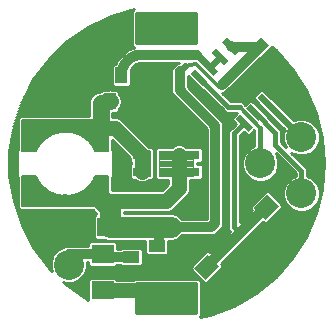
<source format=gtl>
G75*
%MOIN*%
%OFA0B0*%
%FSLAX25Y25*%
%IPPOS*%
%LPD*%
%AMOC8*
5,1,8,0,0,1.08239X$1,22.5*
%
%ADD10C,0.00500*%
%ADD11C,0.00160*%
%ADD12R,0.05000X0.05000*%
%ADD13R,0.13780X0.03150*%
%ADD14R,0.05906X0.03150*%
%ADD15C,0.00394*%
%ADD16R,0.03937X0.05512*%
%ADD17R,0.06299X0.05512*%
%ADD18C,0.10000*%
%ADD19R,0.05512X0.03937*%
%ADD20R,0.03543X0.06299*%
%ADD21R,0.03543X0.05118*%
%ADD22R,0.02165X0.05906*%
%ADD23R,0.07480X0.06299*%
%ADD24C,0.01000*%
%ADD25R,0.04156X0.04156*%
%ADD26OC8,0.04156*%
%ADD27C,0.05600*%
%ADD28C,0.05000*%
%ADD29C,0.07000*%
%ADD30C,0.02400*%
%ADD31C,0.03200*%
%ADD32C,0.01200*%
%ADD33C,0.01600*%
%ADD34R,0.03762X0.03762*%
D10*
X0059880Y0068630D02*
X0059880Y0078866D01*
X0064407Y0078866D01*
X0064770Y0077609D01*
X0065324Y0076424D01*
X0066058Y0075340D01*
X0066951Y0074384D01*
X0067983Y0073580D01*
X0069129Y0072947D01*
X0070359Y0072501D01*
X0071644Y0072253D01*
X0072951Y0072209D01*
X0074250Y0072370D01*
X0075556Y0072162D01*
X0076879Y0072170D01*
X0078182Y0072396D01*
X0079431Y0072832D01*
X0080591Y0073467D01*
X0081631Y0074284D01*
X0082523Y0075261D01*
X0083243Y0076371D01*
X0083771Y0077583D01*
X0084093Y0078866D01*
X0088620Y0078866D01*
X0088620Y0068630D01*
X0059880Y0068630D01*
X0059880Y0068870D02*
X0088620Y0068870D01*
X0088620Y0069369D02*
X0059880Y0069369D01*
X0059880Y0069868D02*
X0088620Y0069868D01*
X0088620Y0070366D02*
X0059880Y0070366D01*
X0059880Y0070865D02*
X0088620Y0070865D01*
X0088620Y0071363D02*
X0059880Y0071363D01*
X0059880Y0071862D02*
X0088620Y0071862D01*
X0088620Y0072360D02*
X0077975Y0072360D01*
X0079479Y0072859D02*
X0088620Y0072859D01*
X0088620Y0073357D02*
X0080389Y0073357D01*
X0081085Y0073856D02*
X0088620Y0073856D01*
X0088620Y0074354D02*
X0081694Y0074354D01*
X0082150Y0074853D02*
X0088620Y0074853D01*
X0088620Y0075351D02*
X0082581Y0075351D01*
X0082905Y0075850D02*
X0088620Y0075850D01*
X0088620Y0076348D02*
X0083228Y0076348D01*
X0083450Y0076847D02*
X0088620Y0076847D01*
X0088620Y0077345D02*
X0083667Y0077345D01*
X0083836Y0077844D02*
X0088620Y0077844D01*
X0088620Y0078342D02*
X0083961Y0078342D01*
X0084086Y0078841D02*
X0088620Y0078841D01*
X0099063Y0078906D02*
X0099063Y0087094D01*
X0102646Y0087094D01*
X0102646Y0078906D01*
X0099063Y0078906D01*
X0099063Y0079339D02*
X0102646Y0079339D01*
X0102646Y0079838D02*
X0099063Y0079838D01*
X0099063Y0080336D02*
X0102646Y0080336D01*
X0102646Y0080835D02*
X0099063Y0080835D01*
X0099063Y0081333D02*
X0102646Y0081333D01*
X0102646Y0081832D02*
X0099063Y0081832D01*
X0099063Y0082330D02*
X0102646Y0082330D01*
X0102646Y0082829D02*
X0099063Y0082829D01*
X0099063Y0083327D02*
X0102646Y0083327D01*
X0102646Y0083826D02*
X0099063Y0083826D01*
X0099063Y0084324D02*
X0102646Y0084324D01*
X0102646Y0084823D02*
X0099063Y0084823D01*
X0099063Y0085321D02*
X0102646Y0085321D01*
X0102646Y0085820D02*
X0099063Y0085820D01*
X0099063Y0086318D02*
X0102646Y0086318D01*
X0102646Y0086817D02*
X0099063Y0086817D01*
X0088620Y0087134D02*
X0084093Y0087134D01*
X0083730Y0088391D01*
X0083176Y0089576D01*
X0082442Y0090660D01*
X0081549Y0091616D01*
X0080517Y0092420D01*
X0079371Y0093053D01*
X0078141Y0093499D01*
X0076856Y0093747D01*
X0075549Y0093791D01*
X0074250Y0093630D01*
X0072944Y0093838D01*
X0071621Y0093830D01*
X0070318Y0093604D01*
X0069069Y0093168D01*
X0067909Y0092533D01*
X0066869Y0091716D01*
X0065977Y0090739D01*
X0065257Y0089629D01*
X0064729Y0088417D01*
X0064407Y0087134D01*
X0059880Y0087134D01*
X0059880Y0097370D01*
X0088620Y0097370D01*
X0088620Y0087134D01*
X0088620Y0087315D02*
X0084040Y0087315D01*
X0083897Y0087814D02*
X0088620Y0087814D01*
X0088620Y0088312D02*
X0083753Y0088312D01*
X0083534Y0088811D02*
X0088620Y0088811D01*
X0088620Y0089309D02*
X0083301Y0089309D01*
X0083019Y0089808D02*
X0088620Y0089808D01*
X0088620Y0090306D02*
X0082682Y0090306D01*
X0082307Y0090805D02*
X0088620Y0090805D01*
X0088620Y0091303D02*
X0081841Y0091303D01*
X0081310Y0091802D02*
X0088620Y0091802D01*
X0088620Y0092301D02*
X0080670Y0092301D01*
X0079831Y0092799D02*
X0088620Y0092799D01*
X0088620Y0093298D02*
X0078697Y0093298D01*
X0073209Y0093796D02*
X0088620Y0093796D01*
X0088620Y0094295D02*
X0059880Y0094295D01*
X0059880Y0094793D02*
X0088620Y0094793D01*
X0088620Y0095292D02*
X0059880Y0095292D01*
X0059880Y0095790D02*
X0088620Y0095790D01*
X0088620Y0096289D02*
X0059880Y0096289D01*
X0059880Y0096787D02*
X0088620Y0096787D01*
X0088620Y0097286D02*
X0059880Y0097286D01*
X0059880Y0093796D02*
X0071427Y0093796D01*
X0069441Y0093298D02*
X0059880Y0093298D01*
X0059880Y0092799D02*
X0068396Y0092799D01*
X0067614Y0092301D02*
X0059880Y0092301D01*
X0059880Y0091802D02*
X0066979Y0091802D01*
X0066493Y0091303D02*
X0059880Y0091303D01*
X0059880Y0090805D02*
X0066037Y0090805D01*
X0065697Y0090306D02*
X0059880Y0090306D01*
X0059880Y0089808D02*
X0065373Y0089808D01*
X0065118Y0089309D02*
X0059880Y0089309D01*
X0059880Y0088811D02*
X0064901Y0088811D01*
X0064703Y0088312D02*
X0059880Y0088312D01*
X0059880Y0087814D02*
X0064578Y0087814D01*
X0064453Y0087315D02*
X0059880Y0087315D01*
X0059880Y0078841D02*
X0064415Y0078841D01*
X0064558Y0078342D02*
X0059880Y0078342D01*
X0059880Y0077844D02*
X0064702Y0077844D01*
X0064893Y0077345D02*
X0059880Y0077345D01*
X0059880Y0076847D02*
X0065126Y0076847D01*
X0065375Y0076348D02*
X0059880Y0076348D01*
X0059880Y0075850D02*
X0065713Y0075850D01*
X0066050Y0075351D02*
X0059880Y0075351D01*
X0059880Y0074853D02*
X0066513Y0074853D01*
X0066989Y0074354D02*
X0059880Y0074354D01*
X0059880Y0073856D02*
X0067629Y0073856D01*
X0068386Y0073357D02*
X0059880Y0073357D01*
X0059880Y0072859D02*
X0069372Y0072859D01*
X0071088Y0072360D02*
X0059880Y0072360D01*
X0074169Y0072360D02*
X0074313Y0072360D01*
D11*
X0085354Y0087643D02*
X0084027Y0087085D01*
X0083922Y0087323D01*
X0083810Y0087558D01*
X0083694Y0087790D01*
X0083571Y0088019D01*
X0083443Y0088245D01*
X0083309Y0088468D01*
X0083170Y0088688D01*
X0083026Y0088904D01*
X0082876Y0089117D01*
X0082722Y0089326D01*
X0082562Y0089531D01*
X0082397Y0089732D01*
X0082228Y0089929D01*
X0082054Y0090122D01*
X0081875Y0090310D01*
X0081691Y0090494D01*
X0081503Y0090674D01*
X0081311Y0090849D01*
X0081114Y0091019D01*
X0080914Y0091184D01*
X0080709Y0091345D01*
X0080501Y0091500D01*
X0080289Y0091650D01*
X0080073Y0091796D01*
X0079854Y0091935D01*
X0079632Y0092070D01*
X0079406Y0092198D01*
X0079177Y0092322D01*
X0078945Y0092440D01*
X0078711Y0092552D01*
X0078474Y0092658D01*
X0078234Y0092758D01*
X0077992Y0092853D01*
X0077747Y0092942D01*
X0077501Y0093024D01*
X0077253Y0093101D01*
X0077002Y0093171D01*
X0076751Y0093236D01*
X0076497Y0093294D01*
X0076243Y0093346D01*
X0075987Y0093392D01*
X0075730Y0093432D01*
X0075472Y0093465D01*
X0075213Y0093492D01*
X0074954Y0093513D01*
X0074695Y0093527D01*
X0074435Y0093535D01*
X0074175Y0093537D01*
X0073915Y0093532D01*
X0073656Y0093521D01*
X0073396Y0093504D01*
X0073137Y0093480D01*
X0072879Y0093450D01*
X0072622Y0093414D01*
X0072365Y0093372D01*
X0072110Y0093323D01*
X0071856Y0093268D01*
X0071603Y0093207D01*
X0071352Y0093140D01*
X0071103Y0093066D01*
X0070855Y0092987D01*
X0070610Y0092901D01*
X0070367Y0092810D01*
X0070125Y0092713D01*
X0069887Y0092610D01*
X0069651Y0092501D01*
X0069418Y0092386D01*
X0069187Y0092266D01*
X0068960Y0092140D01*
X0068736Y0092008D01*
X0068515Y0091872D01*
X0068297Y0091729D01*
X0068083Y0091582D01*
X0067873Y0091429D01*
X0067666Y0091272D01*
X0067463Y0091109D01*
X0067265Y0090941D01*
X0067070Y0090769D01*
X0066880Y0090592D01*
X0066694Y0090410D01*
X0066512Y0090224D01*
X0066336Y0090033D01*
X0066163Y0089839D01*
X0065996Y0089640D01*
X0065834Y0089437D01*
X0065676Y0089230D01*
X0065524Y0089019D01*
X0065377Y0088805D01*
X0065235Y0088587D01*
X0065099Y0088366D01*
X0064967Y0088142D01*
X0064842Y0087914D01*
X0064722Y0087683D01*
X0064608Y0087450D01*
X0064499Y0087214D01*
X0064396Y0086975D01*
X0063063Y0087518D01*
X0063179Y0087790D01*
X0063302Y0088058D01*
X0063432Y0088323D01*
X0063568Y0088585D01*
X0063710Y0088844D01*
X0063859Y0089099D01*
X0064014Y0089351D01*
X0064175Y0089598D01*
X0064342Y0089842D01*
X0064515Y0090081D01*
X0064693Y0090316D01*
X0064878Y0090547D01*
X0065068Y0090773D01*
X0065263Y0090994D01*
X0065464Y0091211D01*
X0065670Y0091422D01*
X0065881Y0091629D01*
X0066097Y0091830D01*
X0066318Y0092026D01*
X0066543Y0092217D01*
X0066773Y0092402D01*
X0067008Y0092581D01*
X0067247Y0092754D01*
X0067490Y0092922D01*
X0067737Y0093084D01*
X0067988Y0093239D01*
X0068243Y0093389D01*
X0068501Y0093532D01*
X0068763Y0093669D01*
X0069028Y0093799D01*
X0069296Y0093923D01*
X0069567Y0094040D01*
X0069841Y0094151D01*
X0070117Y0094255D01*
X0070396Y0094352D01*
X0070677Y0094442D01*
X0070960Y0094525D01*
X0071245Y0094602D01*
X0071532Y0094671D01*
X0071821Y0094734D01*
X0072111Y0094789D01*
X0072402Y0094837D01*
X0072695Y0094879D01*
X0072988Y0094913D01*
X0073282Y0094939D01*
X0073577Y0094959D01*
X0073872Y0094972D01*
X0074167Y0094977D01*
X0074462Y0094975D01*
X0074757Y0094966D01*
X0075052Y0094949D01*
X0075347Y0094926D01*
X0075640Y0094895D01*
X0075933Y0094857D01*
X0076225Y0094812D01*
X0076516Y0094760D01*
X0076805Y0094701D01*
X0077093Y0094635D01*
X0077379Y0094561D01*
X0077663Y0094481D01*
X0077945Y0094394D01*
X0078225Y0094300D01*
X0078502Y0094199D01*
X0078777Y0094092D01*
X0079050Y0093978D01*
X0079319Y0093857D01*
X0079586Y0093729D01*
X0079849Y0093596D01*
X0080109Y0093455D01*
X0080365Y0093309D01*
X0080618Y0093156D01*
X0080867Y0092997D01*
X0081112Y0092832D01*
X0081352Y0092662D01*
X0081589Y0092485D01*
X0081821Y0092303D01*
X0082049Y0092115D01*
X0082272Y0091921D01*
X0082490Y0091722D01*
X0082704Y0091518D01*
X0082912Y0091309D01*
X0083115Y0091095D01*
X0083313Y0090875D01*
X0083505Y0090651D01*
X0083692Y0090423D01*
X0083874Y0090190D01*
X0084049Y0089952D01*
X0084219Y0089711D01*
X0084383Y0089465D01*
X0084540Y0089215D01*
X0084692Y0088962D01*
X0084837Y0088705D01*
X0084976Y0088444D01*
X0085109Y0088181D01*
X0085235Y0087914D01*
X0085355Y0087644D01*
X0085215Y0087585D01*
X0085097Y0087852D01*
X0084973Y0088115D01*
X0084842Y0088376D01*
X0084704Y0088633D01*
X0084561Y0088887D01*
X0084411Y0089137D01*
X0084256Y0089384D01*
X0084094Y0089626D01*
X0083926Y0089865D01*
X0083753Y0090099D01*
X0083574Y0090329D01*
X0083389Y0090555D01*
X0083199Y0090776D01*
X0083004Y0090993D01*
X0082803Y0091204D01*
X0082598Y0091411D01*
X0082387Y0091612D01*
X0082171Y0091809D01*
X0081951Y0092000D01*
X0081726Y0092185D01*
X0081497Y0092365D01*
X0081263Y0092540D01*
X0081025Y0092708D01*
X0080783Y0092871D01*
X0080538Y0093028D01*
X0080288Y0093179D01*
X0080035Y0093324D01*
X0079778Y0093462D01*
X0079518Y0093594D01*
X0079255Y0093720D01*
X0078989Y0093839D01*
X0078720Y0093952D01*
X0078449Y0094058D01*
X0078175Y0094158D01*
X0077898Y0094250D01*
X0077620Y0094336D01*
X0077339Y0094416D01*
X0077057Y0094488D01*
X0076773Y0094553D01*
X0076487Y0094612D01*
X0076200Y0094663D01*
X0075912Y0094708D01*
X0075623Y0094745D01*
X0075333Y0094775D01*
X0075042Y0094799D01*
X0074751Y0094815D01*
X0074459Y0094824D01*
X0074168Y0094826D01*
X0073876Y0094821D01*
X0073585Y0094808D01*
X0073294Y0094789D01*
X0073004Y0094762D01*
X0072714Y0094729D01*
X0072425Y0094688D01*
X0072138Y0094640D01*
X0071851Y0094586D01*
X0071566Y0094524D01*
X0071283Y0094456D01*
X0071001Y0094380D01*
X0070722Y0094298D01*
X0070444Y0094209D01*
X0070169Y0094113D01*
X0069896Y0094010D01*
X0069625Y0093901D01*
X0069358Y0093785D01*
X0069093Y0093663D01*
X0068832Y0093534D01*
X0068573Y0093399D01*
X0068318Y0093258D01*
X0068067Y0093110D01*
X0067819Y0092957D01*
X0067575Y0092797D01*
X0067335Y0092632D01*
X0067099Y0092460D01*
X0066867Y0092283D01*
X0066640Y0092101D01*
X0066417Y0091912D01*
X0066199Y0091719D01*
X0065986Y0091520D01*
X0065777Y0091316D01*
X0065574Y0091107D01*
X0065376Y0090894D01*
X0065183Y0090675D01*
X0064995Y0090452D01*
X0064813Y0090224D01*
X0064637Y0089992D01*
X0064466Y0089755D01*
X0064301Y0089515D01*
X0064142Y0089271D01*
X0063989Y0089022D01*
X0063842Y0088770D01*
X0063702Y0088515D01*
X0063567Y0088256D01*
X0063439Y0087994D01*
X0063318Y0087729D01*
X0063202Y0087461D01*
X0063342Y0087404D01*
X0063456Y0087669D01*
X0063576Y0087931D01*
X0063702Y0088189D01*
X0063835Y0088445D01*
X0063974Y0088697D01*
X0064119Y0088945D01*
X0064270Y0089190D01*
X0064427Y0089432D01*
X0064590Y0089669D01*
X0064758Y0089903D01*
X0064933Y0090132D01*
X0065112Y0090357D01*
X0065298Y0090577D01*
X0065488Y0090793D01*
X0065684Y0091004D01*
X0065885Y0091210D01*
X0066090Y0091411D01*
X0066301Y0091608D01*
X0066516Y0091799D01*
X0066736Y0091984D01*
X0066961Y0092165D01*
X0067189Y0092339D01*
X0067422Y0092509D01*
X0067659Y0092672D01*
X0067900Y0092830D01*
X0068145Y0092981D01*
X0068393Y0093127D01*
X0068645Y0093266D01*
X0068900Y0093400D01*
X0069158Y0093527D01*
X0069420Y0093647D01*
X0069684Y0093762D01*
X0069951Y0093869D01*
X0070220Y0093971D01*
X0070492Y0094065D01*
X0070766Y0094153D01*
X0071042Y0094235D01*
X0071321Y0094309D01*
X0071600Y0094377D01*
X0071882Y0094438D01*
X0072164Y0094492D01*
X0072448Y0094539D01*
X0072733Y0094579D01*
X0073019Y0094612D01*
X0073306Y0094638D01*
X0073593Y0094658D01*
X0073881Y0094670D01*
X0074169Y0094675D01*
X0074457Y0094673D01*
X0074744Y0094664D01*
X0075032Y0094648D01*
X0075319Y0094625D01*
X0075605Y0094595D01*
X0075890Y0094558D01*
X0076175Y0094514D01*
X0076458Y0094464D01*
X0076740Y0094406D01*
X0077021Y0094341D01*
X0077300Y0094270D01*
X0077577Y0094192D01*
X0077852Y0094107D01*
X0078125Y0094015D01*
X0078395Y0093917D01*
X0078663Y0093812D01*
X0078929Y0093701D01*
X0079192Y0093583D01*
X0079451Y0093459D01*
X0079708Y0093328D01*
X0079961Y0093192D01*
X0080211Y0093049D01*
X0080458Y0092900D01*
X0080700Y0092745D01*
X0080939Y0092585D01*
X0081174Y0092418D01*
X0081405Y0092246D01*
X0081631Y0092068D01*
X0081853Y0091885D01*
X0082071Y0091696D01*
X0082283Y0091502D01*
X0082491Y0091303D01*
X0082694Y0091099D01*
X0082893Y0090891D01*
X0083085Y0090677D01*
X0083273Y0090459D01*
X0083455Y0090236D01*
X0083632Y0090009D01*
X0083803Y0089777D01*
X0083969Y0089542D01*
X0084128Y0089302D01*
X0084282Y0089059D01*
X0084430Y0088812D01*
X0084572Y0088561D01*
X0084707Y0088307D01*
X0084837Y0088050D01*
X0084960Y0087790D01*
X0085076Y0087527D01*
X0084937Y0087468D01*
X0084822Y0087728D01*
X0084700Y0087985D01*
X0084573Y0088239D01*
X0084439Y0088489D01*
X0084299Y0088737D01*
X0084153Y0088980D01*
X0084001Y0089221D01*
X0083844Y0089457D01*
X0083680Y0089690D01*
X0083511Y0089918D01*
X0083337Y0090142D01*
X0083157Y0090362D01*
X0082972Y0090578D01*
X0082781Y0090789D01*
X0082586Y0090995D01*
X0082385Y0091196D01*
X0082180Y0091392D01*
X0081970Y0091584D01*
X0081755Y0091770D01*
X0081536Y0091951D01*
X0081312Y0092126D01*
X0081085Y0092296D01*
X0080853Y0092461D01*
X0080617Y0092619D01*
X0080377Y0092772D01*
X0080134Y0092919D01*
X0079888Y0093060D01*
X0079637Y0093195D01*
X0079384Y0093324D01*
X0079128Y0093446D01*
X0078868Y0093562D01*
X0078606Y0093672D01*
X0078342Y0093776D01*
X0078075Y0093873D01*
X0077805Y0093963D01*
X0077534Y0094047D01*
X0077260Y0094124D01*
X0076985Y0094195D01*
X0076708Y0094258D01*
X0076430Y0094315D01*
X0076150Y0094365D01*
X0075869Y0094409D01*
X0075587Y0094445D01*
X0075305Y0094475D01*
X0075021Y0094497D01*
X0074738Y0094513D01*
X0074454Y0094522D01*
X0074170Y0094524D01*
X0073885Y0094519D01*
X0073602Y0094507D01*
X0073318Y0094488D01*
X0073035Y0094462D01*
X0072753Y0094429D01*
X0072471Y0094390D01*
X0072191Y0094343D01*
X0071912Y0094290D01*
X0071634Y0094230D01*
X0071358Y0094163D01*
X0071084Y0094089D01*
X0070811Y0094009D01*
X0070540Y0093922D01*
X0070272Y0093829D01*
X0070006Y0093729D01*
X0069743Y0093622D01*
X0069482Y0093510D01*
X0069224Y0093391D01*
X0068969Y0093265D01*
X0068717Y0093134D01*
X0068468Y0092996D01*
X0068223Y0092852D01*
X0067982Y0092702D01*
X0067744Y0092547D01*
X0067510Y0092386D01*
X0067280Y0092219D01*
X0067054Y0092046D01*
X0066833Y0091868D01*
X0066616Y0091685D01*
X0066403Y0091496D01*
X0066195Y0091303D01*
X0065992Y0091104D01*
X0065794Y0090900D01*
X0065600Y0090692D01*
X0065412Y0090479D01*
X0065230Y0090261D01*
X0065052Y0090040D01*
X0064880Y0089813D01*
X0064714Y0089583D01*
X0064553Y0089349D01*
X0064398Y0089110D01*
X0064249Y0088869D01*
X0064106Y0088623D01*
X0063969Y0088374D01*
X0063838Y0088122D01*
X0063713Y0087867D01*
X0063594Y0087609D01*
X0063482Y0087347D01*
X0063622Y0087290D01*
X0063733Y0087548D01*
X0063850Y0087803D01*
X0063973Y0088055D01*
X0064102Y0088304D01*
X0064238Y0088549D01*
X0064379Y0088792D01*
X0064526Y0089030D01*
X0064679Y0089265D01*
X0064838Y0089497D01*
X0065002Y0089724D01*
X0065172Y0089947D01*
X0065347Y0090166D01*
X0065527Y0090381D01*
X0065713Y0090591D01*
X0065904Y0090797D01*
X0066099Y0090998D01*
X0066300Y0091194D01*
X0066505Y0091385D01*
X0066715Y0091571D01*
X0066929Y0091752D01*
X0067148Y0091928D01*
X0067371Y0092098D01*
X0067598Y0092263D01*
X0067829Y0092422D01*
X0068063Y0092575D01*
X0068302Y0092723D01*
X0068544Y0092865D01*
X0068789Y0093001D01*
X0069038Y0093131D01*
X0069289Y0093254D01*
X0069544Y0093372D01*
X0069801Y0093483D01*
X0070061Y0093588D01*
X0070324Y0093687D01*
X0070589Y0093779D01*
X0070856Y0093865D01*
X0071125Y0093944D01*
X0071396Y0094017D01*
X0071668Y0094083D01*
X0071942Y0094142D01*
X0072218Y0094195D01*
X0072494Y0094240D01*
X0072772Y0094280D01*
X0073051Y0094312D01*
X0073330Y0094337D01*
X0073610Y0094356D01*
X0073890Y0094368D01*
X0074170Y0094373D01*
X0074451Y0094371D01*
X0074731Y0094362D01*
X0075011Y0094347D01*
X0075291Y0094324D01*
X0075570Y0094295D01*
X0075848Y0094259D01*
X0076125Y0094217D01*
X0076401Y0094167D01*
X0076676Y0094111D01*
X0076949Y0094048D01*
X0077221Y0093978D01*
X0077491Y0093902D01*
X0077759Y0093819D01*
X0078025Y0093730D01*
X0078288Y0093635D01*
X0078549Y0093532D01*
X0078808Y0093424D01*
X0079064Y0093309D01*
X0079317Y0093188D01*
X0079567Y0093061D01*
X0079814Y0092928D01*
X0080057Y0092789D01*
X0080297Y0092644D01*
X0080534Y0092493D01*
X0080767Y0092337D01*
X0080995Y0092174D01*
X0081220Y0092007D01*
X0081441Y0091834D01*
X0081657Y0091655D01*
X0081869Y0091471D01*
X0082076Y0091283D01*
X0082279Y0091089D01*
X0082477Y0090890D01*
X0082670Y0090687D01*
X0082858Y0090478D01*
X0083041Y0090266D01*
X0083218Y0090049D01*
X0083391Y0089827D01*
X0083557Y0089602D01*
X0083719Y0089372D01*
X0083874Y0089139D01*
X0084024Y0088902D01*
X0084168Y0088661D01*
X0084306Y0088417D01*
X0084438Y0088170D01*
X0084564Y0087919D01*
X0084684Y0087666D01*
X0084798Y0087409D01*
X0084659Y0087351D01*
X0084546Y0087604D01*
X0084428Y0087854D01*
X0084304Y0088101D01*
X0084173Y0088345D01*
X0084037Y0088586D01*
X0083895Y0088824D01*
X0083747Y0089058D01*
X0083593Y0089288D01*
X0083434Y0089514D01*
X0083270Y0089737D01*
X0083100Y0089955D01*
X0082924Y0090169D01*
X0082744Y0090379D01*
X0082559Y0090585D01*
X0082368Y0090785D01*
X0082173Y0090981D01*
X0081973Y0091173D01*
X0081768Y0091359D01*
X0081559Y0091540D01*
X0081346Y0091716D01*
X0081128Y0091887D01*
X0080906Y0092053D01*
X0080680Y0092213D01*
X0080451Y0092367D01*
X0080217Y0092516D01*
X0079980Y0092659D01*
X0079740Y0092796D01*
X0079497Y0092928D01*
X0079250Y0093053D01*
X0079000Y0093172D01*
X0078748Y0093286D01*
X0078492Y0093393D01*
X0078235Y0093493D01*
X0077975Y0093588D01*
X0077712Y0093676D01*
X0077448Y0093757D01*
X0077181Y0093833D01*
X0076913Y0093901D01*
X0076644Y0093963D01*
X0076372Y0094019D01*
X0076100Y0094068D01*
X0075827Y0094110D01*
X0075552Y0094145D01*
X0075277Y0094174D01*
X0075001Y0094196D01*
X0074725Y0094211D01*
X0074448Y0094220D01*
X0074171Y0094222D01*
X0073895Y0094217D01*
X0073618Y0094205D01*
X0073342Y0094187D01*
X0073066Y0094162D01*
X0072791Y0094130D01*
X0072517Y0094091D01*
X0072244Y0094046D01*
X0071973Y0093994D01*
X0071702Y0093936D01*
X0071433Y0093870D01*
X0071166Y0093799D01*
X0070900Y0093721D01*
X0070637Y0093636D01*
X0070375Y0093545D01*
X0070116Y0093448D01*
X0069860Y0093344D01*
X0069606Y0093234D01*
X0069355Y0093118D01*
X0069106Y0092996D01*
X0068861Y0092868D01*
X0068619Y0092734D01*
X0068380Y0092594D01*
X0068145Y0092448D01*
X0067913Y0092297D01*
X0067685Y0092140D01*
X0067461Y0091977D01*
X0067241Y0091809D01*
X0067026Y0091636D01*
X0066814Y0091457D01*
X0066607Y0091274D01*
X0066405Y0091085D01*
X0066207Y0090892D01*
X0066014Y0090693D01*
X0065825Y0090491D01*
X0065642Y0090283D01*
X0065464Y0090071D01*
X0065291Y0089855D01*
X0065124Y0089635D01*
X0064962Y0089410D01*
X0064805Y0089182D01*
X0064654Y0088950D01*
X0064509Y0088715D01*
X0064369Y0088476D01*
X0064236Y0088233D01*
X0064108Y0087988D01*
X0063987Y0087739D01*
X0063871Y0087488D01*
X0063762Y0087234D01*
X0063902Y0087177D01*
X0064010Y0087427D01*
X0064124Y0087675D01*
X0064244Y0087921D01*
X0064369Y0088163D01*
X0064501Y0088402D01*
X0064639Y0088638D01*
X0064782Y0088870D01*
X0064931Y0089099D01*
X0065086Y0089324D01*
X0065246Y0089546D01*
X0065411Y0089763D01*
X0065581Y0089976D01*
X0065757Y0090185D01*
X0065938Y0090390D01*
X0066124Y0090590D01*
X0066314Y0090786D01*
X0066509Y0090976D01*
X0066709Y0091162D01*
X0066913Y0091344D01*
X0067122Y0091520D01*
X0067335Y0091691D01*
X0067552Y0091856D01*
X0067773Y0092017D01*
X0067998Y0092172D01*
X0068226Y0092321D01*
X0068458Y0092465D01*
X0068694Y0092603D01*
X0068933Y0092735D01*
X0069175Y0092862D01*
X0069420Y0092982D01*
X0069668Y0093097D01*
X0069918Y0093205D01*
X0070172Y0093307D01*
X0070427Y0093403D01*
X0070685Y0093493D01*
X0070945Y0093576D01*
X0071207Y0093654D01*
X0071471Y0093724D01*
X0071736Y0093788D01*
X0072003Y0093846D01*
X0072271Y0093897D01*
X0072540Y0093942D01*
X0072811Y0093980D01*
X0073082Y0094011D01*
X0073354Y0094036D01*
X0073626Y0094054D01*
X0073899Y0094066D01*
X0074172Y0094071D01*
X0074445Y0094069D01*
X0074718Y0094061D01*
X0074991Y0094045D01*
X0075263Y0094024D01*
X0075534Y0093995D01*
X0075805Y0093960D01*
X0076075Y0093919D01*
X0076344Y0093871D01*
X0076611Y0093816D01*
X0076877Y0093755D01*
X0077142Y0093687D01*
X0077405Y0093613D01*
X0077666Y0093532D01*
X0077924Y0093445D01*
X0078181Y0093352D01*
X0078435Y0093253D01*
X0078687Y0093147D01*
X0078936Y0093036D01*
X0079183Y0092918D01*
X0079426Y0092794D01*
X0079666Y0092665D01*
X0079904Y0092529D01*
X0080137Y0092388D01*
X0080367Y0092241D01*
X0080594Y0092089D01*
X0080817Y0091931D01*
X0081036Y0091768D01*
X0081250Y0091599D01*
X0081461Y0091425D01*
X0081667Y0091247D01*
X0081869Y0091063D01*
X0082067Y0090874D01*
X0082259Y0090681D01*
X0082447Y0090482D01*
X0082630Y0090280D01*
X0082808Y0090073D01*
X0082981Y0089862D01*
X0083149Y0089646D01*
X0083311Y0089427D01*
X0083468Y0089203D01*
X0083620Y0088976D01*
X0083766Y0088745D01*
X0083906Y0088511D01*
X0084041Y0088273D01*
X0084169Y0088033D01*
X0084292Y0087789D01*
X0084409Y0087542D01*
X0084519Y0087292D01*
X0084380Y0087234D01*
X0084271Y0087480D01*
X0084156Y0087723D01*
X0084035Y0087964D01*
X0083908Y0088202D01*
X0083775Y0088436D01*
X0083637Y0088667D01*
X0083493Y0088895D01*
X0083343Y0089119D01*
X0083188Y0089339D01*
X0083028Y0089556D01*
X0082863Y0089768D01*
X0082692Y0089976D01*
X0082516Y0090181D01*
X0082336Y0090380D01*
X0082151Y0090576D01*
X0081960Y0090767D01*
X0081766Y0090953D01*
X0081567Y0091134D01*
X0081363Y0091310D01*
X0081155Y0091482D01*
X0080943Y0091648D01*
X0080727Y0091809D01*
X0080508Y0091965D01*
X0080284Y0092115D01*
X0080057Y0092260D01*
X0079827Y0092399D01*
X0079593Y0092533D01*
X0079356Y0092661D01*
X0079116Y0092783D01*
X0078873Y0092899D01*
X0078627Y0093009D01*
X0078378Y0093113D01*
X0078128Y0093211D01*
X0077874Y0093303D01*
X0077619Y0093389D01*
X0077362Y0093468D01*
X0077102Y0093541D01*
X0076842Y0093608D01*
X0076579Y0093668D01*
X0076315Y0093722D01*
X0076050Y0093770D01*
X0075784Y0093811D01*
X0075517Y0093845D01*
X0075249Y0093873D01*
X0074980Y0093895D01*
X0074712Y0093910D01*
X0074442Y0093918D01*
X0074173Y0093920D01*
X0073904Y0093915D01*
X0073635Y0093904D01*
X0073366Y0093886D01*
X0073098Y0093861D01*
X0072830Y0093830D01*
X0072563Y0093793D01*
X0072298Y0093749D01*
X0072033Y0093698D01*
X0071770Y0093641D01*
X0071508Y0093578D01*
X0071248Y0093508D01*
X0070990Y0093432D01*
X0070733Y0093350D01*
X0070479Y0093261D01*
X0070227Y0093167D01*
X0069977Y0093066D01*
X0069730Y0092959D01*
X0069485Y0092846D01*
X0069243Y0092727D01*
X0069005Y0092602D01*
X0068769Y0092472D01*
X0068537Y0092336D01*
X0068308Y0092194D01*
X0068082Y0092047D01*
X0067861Y0091894D01*
X0067643Y0091736D01*
X0067429Y0091572D01*
X0067219Y0091404D01*
X0067013Y0091230D01*
X0066811Y0091051D01*
X0066614Y0090868D01*
X0066421Y0090679D01*
X0066234Y0090486D01*
X0066050Y0090289D01*
X0065872Y0090087D01*
X0065699Y0089881D01*
X0065530Y0089671D01*
X0065367Y0089456D01*
X0065210Y0089238D01*
X0065057Y0089016D01*
X0064910Y0088790D01*
X0064769Y0088561D01*
X0064633Y0088328D01*
X0064503Y0088093D01*
X0064379Y0087854D01*
X0064260Y0087612D01*
X0064148Y0087367D01*
X0064041Y0087120D01*
X0064181Y0087063D01*
X0064286Y0087307D01*
X0064397Y0087548D01*
X0064514Y0087786D01*
X0064637Y0088022D01*
X0064765Y0088255D01*
X0064899Y0088484D01*
X0065038Y0088710D01*
X0065183Y0088933D01*
X0065334Y0089152D01*
X0065489Y0089367D01*
X0065650Y0089578D01*
X0065816Y0089786D01*
X0065987Y0089989D01*
X0066163Y0090188D01*
X0066343Y0090383D01*
X0066529Y0090573D01*
X0066719Y0090759D01*
X0066913Y0090940D01*
X0067112Y0091116D01*
X0067315Y0091287D01*
X0067522Y0091454D01*
X0067733Y0091615D01*
X0067948Y0091771D01*
X0068167Y0091922D01*
X0068389Y0092067D01*
X0068615Y0092207D01*
X0068844Y0092341D01*
X0069077Y0092470D01*
X0069312Y0092593D01*
X0069551Y0092710D01*
X0069792Y0092821D01*
X0070035Y0092927D01*
X0070282Y0093026D01*
X0070530Y0093119D01*
X0070781Y0093207D01*
X0071034Y0093288D01*
X0071289Y0093363D01*
X0071546Y0093432D01*
X0071804Y0093494D01*
X0072063Y0093550D01*
X0072324Y0093600D01*
X0072586Y0093643D01*
X0072849Y0093680D01*
X0073113Y0093711D01*
X0073378Y0093735D01*
X0073643Y0093753D01*
X0073908Y0093764D01*
X0074174Y0093769D01*
X0074439Y0093767D01*
X0074705Y0093759D01*
X0074970Y0093744D01*
X0075235Y0093723D01*
X0075499Y0093695D01*
X0075763Y0093661D01*
X0076025Y0093621D01*
X0076287Y0093574D01*
X0076547Y0093521D01*
X0076806Y0093461D01*
X0077063Y0093395D01*
X0077319Y0093323D01*
X0077572Y0093245D01*
X0077824Y0093160D01*
X0078074Y0093070D01*
X0078321Y0092973D01*
X0078566Y0092870D01*
X0078809Y0092762D01*
X0079048Y0092647D01*
X0079285Y0092527D01*
X0079519Y0092401D01*
X0079750Y0092269D01*
X0079977Y0092132D01*
X0080201Y0091989D01*
X0080421Y0091841D01*
X0080638Y0091687D01*
X0080851Y0091529D01*
X0081060Y0091365D01*
X0081265Y0091196D01*
X0081466Y0091022D01*
X0081662Y0090843D01*
X0081854Y0090659D01*
X0082042Y0090471D01*
X0082225Y0090278D01*
X0082403Y0090081D01*
X0082576Y0089880D01*
X0082744Y0089674D01*
X0082907Y0089465D01*
X0083065Y0089251D01*
X0083218Y0089034D01*
X0083366Y0088813D01*
X0083508Y0088589D01*
X0083644Y0088361D01*
X0083775Y0088130D01*
X0083900Y0087895D01*
X0084020Y0087658D01*
X0084133Y0087418D01*
X0084241Y0087175D01*
X0084102Y0087117D01*
X0083996Y0087356D01*
X0083884Y0087593D01*
X0083766Y0087827D01*
X0083642Y0088058D01*
X0083513Y0088286D01*
X0083379Y0088510D01*
X0083238Y0088732D01*
X0083093Y0088950D01*
X0082942Y0089164D01*
X0082787Y0089374D01*
X0082626Y0089581D01*
X0082460Y0089784D01*
X0082289Y0089982D01*
X0082113Y0090176D01*
X0081933Y0090366D01*
X0081748Y0090552D01*
X0081559Y0090733D01*
X0081365Y0090909D01*
X0081167Y0091081D01*
X0080965Y0091247D01*
X0080759Y0091409D01*
X0080549Y0091566D01*
X0080335Y0091717D01*
X0080118Y0091863D01*
X0079897Y0092004D01*
X0079673Y0092139D01*
X0079445Y0092269D01*
X0079215Y0092393D01*
X0078981Y0092512D01*
X0078745Y0092625D01*
X0078506Y0092732D01*
X0078264Y0092833D01*
X0078020Y0092929D01*
X0077774Y0093018D01*
X0077526Y0093101D01*
X0077276Y0093179D01*
X0077024Y0093250D01*
X0076770Y0093315D01*
X0076515Y0093373D01*
X0076258Y0093426D01*
X0076000Y0093472D01*
X0075741Y0093512D01*
X0075481Y0093545D01*
X0075221Y0093573D01*
X0074960Y0093594D01*
X0074698Y0093608D01*
X0074437Y0093616D01*
X0074175Y0093618D01*
X0073913Y0093613D01*
X0073651Y0093602D01*
X0073390Y0093585D01*
X0073129Y0093561D01*
X0072869Y0093531D01*
X0072609Y0093494D01*
X0072351Y0093451D01*
X0072094Y0093402D01*
X0071838Y0093347D01*
X0071583Y0093285D01*
X0071330Y0093218D01*
X0071079Y0093144D01*
X0070829Y0093064D01*
X0070582Y0092978D01*
X0070337Y0092885D01*
X0070094Y0092787D01*
X0069854Y0092683D01*
X0069616Y0092574D01*
X0069381Y0092458D01*
X0069149Y0092337D01*
X0068919Y0092210D01*
X0068694Y0092078D01*
X0068471Y0091940D01*
X0068252Y0091796D01*
X0068036Y0091648D01*
X0067824Y0091494D01*
X0067616Y0091335D01*
X0067411Y0091171D01*
X0067211Y0091002D01*
X0067015Y0090829D01*
X0066824Y0090650D01*
X0066636Y0090467D01*
X0066453Y0090279D01*
X0066275Y0090087D01*
X0066102Y0089891D01*
X0065933Y0089691D01*
X0065770Y0089486D01*
X0065611Y0089278D01*
X0065458Y0089066D01*
X0065309Y0088850D01*
X0065166Y0088630D01*
X0065029Y0088407D01*
X0064897Y0088181D01*
X0064770Y0087952D01*
X0064649Y0087719D01*
X0064534Y0087484D01*
X0064425Y0087246D01*
X0064321Y0087006D01*
X0063146Y0078357D02*
X0064473Y0078915D01*
X0064578Y0078677D01*
X0064690Y0078442D01*
X0064806Y0078210D01*
X0064929Y0077981D01*
X0065057Y0077755D01*
X0065191Y0077532D01*
X0065330Y0077312D01*
X0065474Y0077096D01*
X0065624Y0076883D01*
X0065778Y0076674D01*
X0065938Y0076469D01*
X0066103Y0076268D01*
X0066272Y0076071D01*
X0066446Y0075878D01*
X0066625Y0075690D01*
X0066809Y0075506D01*
X0066997Y0075326D01*
X0067189Y0075151D01*
X0067386Y0074981D01*
X0067586Y0074816D01*
X0067791Y0074655D01*
X0067999Y0074500D01*
X0068211Y0074350D01*
X0068427Y0074204D01*
X0068646Y0074065D01*
X0068868Y0073930D01*
X0069094Y0073802D01*
X0069323Y0073678D01*
X0069555Y0073560D01*
X0069789Y0073448D01*
X0070026Y0073342D01*
X0070266Y0073242D01*
X0070508Y0073147D01*
X0070753Y0073058D01*
X0070999Y0072976D01*
X0071247Y0072899D01*
X0071498Y0072829D01*
X0071749Y0072764D01*
X0072003Y0072706D01*
X0072257Y0072654D01*
X0072513Y0072608D01*
X0072770Y0072568D01*
X0073028Y0072535D01*
X0073287Y0072508D01*
X0073546Y0072487D01*
X0073805Y0072473D01*
X0074065Y0072465D01*
X0074325Y0072463D01*
X0074585Y0072468D01*
X0074844Y0072479D01*
X0075104Y0072496D01*
X0075363Y0072520D01*
X0075621Y0072550D01*
X0075878Y0072586D01*
X0076135Y0072628D01*
X0076390Y0072677D01*
X0076644Y0072732D01*
X0076897Y0072793D01*
X0077148Y0072860D01*
X0077397Y0072934D01*
X0077645Y0073013D01*
X0077890Y0073099D01*
X0078133Y0073190D01*
X0078375Y0073287D01*
X0078613Y0073390D01*
X0078849Y0073499D01*
X0079082Y0073614D01*
X0079313Y0073734D01*
X0079540Y0073860D01*
X0079764Y0073992D01*
X0079985Y0074128D01*
X0080203Y0074271D01*
X0080417Y0074418D01*
X0080627Y0074571D01*
X0080834Y0074728D01*
X0081037Y0074891D01*
X0081235Y0075059D01*
X0081430Y0075231D01*
X0081620Y0075408D01*
X0081806Y0075590D01*
X0081988Y0075776D01*
X0082164Y0075967D01*
X0082337Y0076161D01*
X0082504Y0076360D01*
X0082666Y0076563D01*
X0082824Y0076770D01*
X0082976Y0076981D01*
X0083123Y0077195D01*
X0083265Y0077413D01*
X0083401Y0077634D01*
X0083533Y0077858D01*
X0083658Y0078086D01*
X0083778Y0078317D01*
X0083892Y0078550D01*
X0084001Y0078786D01*
X0084104Y0079025D01*
X0085437Y0078482D01*
X0085321Y0078210D01*
X0085198Y0077942D01*
X0085068Y0077677D01*
X0084932Y0077415D01*
X0084790Y0077156D01*
X0084641Y0076901D01*
X0084486Y0076649D01*
X0084325Y0076402D01*
X0084158Y0076158D01*
X0083985Y0075919D01*
X0083807Y0075684D01*
X0083622Y0075453D01*
X0083432Y0075227D01*
X0083237Y0075006D01*
X0083036Y0074789D01*
X0082830Y0074578D01*
X0082619Y0074371D01*
X0082403Y0074170D01*
X0082182Y0073974D01*
X0081957Y0073783D01*
X0081727Y0073598D01*
X0081492Y0073419D01*
X0081253Y0073246D01*
X0081010Y0073078D01*
X0080763Y0072916D01*
X0080512Y0072761D01*
X0080257Y0072611D01*
X0079999Y0072468D01*
X0079737Y0072331D01*
X0079472Y0072201D01*
X0079204Y0072077D01*
X0078933Y0071960D01*
X0078659Y0071849D01*
X0078383Y0071745D01*
X0078104Y0071648D01*
X0077823Y0071558D01*
X0077540Y0071475D01*
X0077255Y0071398D01*
X0076968Y0071329D01*
X0076679Y0071266D01*
X0076389Y0071211D01*
X0076098Y0071163D01*
X0075805Y0071121D01*
X0075512Y0071087D01*
X0075218Y0071061D01*
X0074923Y0071041D01*
X0074628Y0071028D01*
X0074333Y0071023D01*
X0074038Y0071025D01*
X0073743Y0071034D01*
X0073448Y0071051D01*
X0073153Y0071074D01*
X0072860Y0071105D01*
X0072567Y0071143D01*
X0072275Y0071188D01*
X0071984Y0071240D01*
X0071695Y0071299D01*
X0071407Y0071365D01*
X0071121Y0071439D01*
X0070837Y0071519D01*
X0070555Y0071606D01*
X0070275Y0071700D01*
X0069998Y0071801D01*
X0069723Y0071908D01*
X0069450Y0072022D01*
X0069181Y0072143D01*
X0068914Y0072271D01*
X0068651Y0072404D01*
X0068391Y0072545D01*
X0068135Y0072691D01*
X0067882Y0072844D01*
X0067633Y0073003D01*
X0067388Y0073168D01*
X0067148Y0073338D01*
X0066911Y0073515D01*
X0066679Y0073697D01*
X0066451Y0073885D01*
X0066228Y0074079D01*
X0066010Y0074278D01*
X0065796Y0074482D01*
X0065588Y0074691D01*
X0065385Y0074905D01*
X0065187Y0075125D01*
X0064995Y0075349D01*
X0064808Y0075577D01*
X0064626Y0075810D01*
X0064451Y0076048D01*
X0064281Y0076289D01*
X0064117Y0076535D01*
X0063960Y0076785D01*
X0063808Y0077038D01*
X0063663Y0077295D01*
X0063524Y0077556D01*
X0063391Y0077819D01*
X0063265Y0078086D01*
X0063145Y0078356D01*
X0063285Y0078415D01*
X0063403Y0078148D01*
X0063527Y0077885D01*
X0063658Y0077624D01*
X0063796Y0077367D01*
X0063939Y0077113D01*
X0064089Y0076863D01*
X0064244Y0076616D01*
X0064406Y0076374D01*
X0064574Y0076135D01*
X0064747Y0075901D01*
X0064926Y0075671D01*
X0065111Y0075445D01*
X0065301Y0075224D01*
X0065496Y0075007D01*
X0065697Y0074796D01*
X0065902Y0074589D01*
X0066113Y0074388D01*
X0066329Y0074191D01*
X0066549Y0074000D01*
X0066774Y0073815D01*
X0067003Y0073635D01*
X0067237Y0073460D01*
X0067475Y0073292D01*
X0067717Y0073129D01*
X0067962Y0072972D01*
X0068212Y0072821D01*
X0068465Y0072676D01*
X0068722Y0072538D01*
X0068982Y0072406D01*
X0069245Y0072280D01*
X0069511Y0072161D01*
X0069780Y0072048D01*
X0070051Y0071942D01*
X0070325Y0071842D01*
X0070602Y0071750D01*
X0070880Y0071664D01*
X0071161Y0071584D01*
X0071443Y0071512D01*
X0071727Y0071447D01*
X0072013Y0071388D01*
X0072300Y0071337D01*
X0072588Y0071292D01*
X0072877Y0071255D01*
X0073167Y0071225D01*
X0073458Y0071201D01*
X0073749Y0071185D01*
X0074041Y0071176D01*
X0074332Y0071174D01*
X0074624Y0071179D01*
X0074915Y0071192D01*
X0075206Y0071211D01*
X0075496Y0071238D01*
X0075786Y0071271D01*
X0076075Y0071312D01*
X0076362Y0071360D01*
X0076649Y0071414D01*
X0076934Y0071476D01*
X0077217Y0071544D01*
X0077499Y0071620D01*
X0077778Y0071702D01*
X0078056Y0071791D01*
X0078331Y0071887D01*
X0078604Y0071990D01*
X0078875Y0072099D01*
X0079142Y0072215D01*
X0079407Y0072337D01*
X0079668Y0072466D01*
X0079927Y0072601D01*
X0080182Y0072742D01*
X0080433Y0072890D01*
X0080681Y0073043D01*
X0080925Y0073203D01*
X0081165Y0073368D01*
X0081401Y0073540D01*
X0081633Y0073717D01*
X0081860Y0073899D01*
X0082083Y0074088D01*
X0082301Y0074281D01*
X0082514Y0074480D01*
X0082723Y0074684D01*
X0082926Y0074893D01*
X0083124Y0075106D01*
X0083317Y0075325D01*
X0083505Y0075548D01*
X0083687Y0075776D01*
X0083863Y0076008D01*
X0084034Y0076245D01*
X0084199Y0076485D01*
X0084358Y0076729D01*
X0084511Y0076978D01*
X0084658Y0077230D01*
X0084798Y0077485D01*
X0084933Y0077744D01*
X0085061Y0078006D01*
X0085182Y0078271D01*
X0085298Y0078539D01*
X0085158Y0078596D01*
X0085044Y0078331D01*
X0084924Y0078069D01*
X0084798Y0077811D01*
X0084665Y0077555D01*
X0084526Y0077303D01*
X0084381Y0077055D01*
X0084230Y0076810D01*
X0084073Y0076568D01*
X0083910Y0076331D01*
X0083742Y0076097D01*
X0083567Y0075868D01*
X0083388Y0075643D01*
X0083202Y0075423D01*
X0083012Y0075207D01*
X0082816Y0074996D01*
X0082615Y0074790D01*
X0082410Y0074589D01*
X0082199Y0074392D01*
X0081984Y0074201D01*
X0081764Y0074016D01*
X0081539Y0073835D01*
X0081311Y0073661D01*
X0081078Y0073491D01*
X0080841Y0073328D01*
X0080600Y0073170D01*
X0080355Y0073019D01*
X0080107Y0072873D01*
X0079855Y0072734D01*
X0079600Y0072600D01*
X0079342Y0072473D01*
X0079080Y0072353D01*
X0078816Y0072238D01*
X0078549Y0072131D01*
X0078280Y0072029D01*
X0078008Y0071935D01*
X0077734Y0071847D01*
X0077458Y0071765D01*
X0077179Y0071691D01*
X0076900Y0071623D01*
X0076618Y0071562D01*
X0076336Y0071508D01*
X0076052Y0071461D01*
X0075767Y0071421D01*
X0075481Y0071388D01*
X0075194Y0071362D01*
X0074907Y0071342D01*
X0074619Y0071330D01*
X0074331Y0071325D01*
X0074043Y0071327D01*
X0073756Y0071336D01*
X0073468Y0071352D01*
X0073181Y0071375D01*
X0072895Y0071405D01*
X0072610Y0071442D01*
X0072325Y0071486D01*
X0072042Y0071536D01*
X0071760Y0071594D01*
X0071479Y0071659D01*
X0071200Y0071730D01*
X0070923Y0071808D01*
X0070648Y0071893D01*
X0070375Y0071985D01*
X0070105Y0072083D01*
X0069837Y0072188D01*
X0069571Y0072299D01*
X0069308Y0072417D01*
X0069049Y0072541D01*
X0068792Y0072672D01*
X0068539Y0072808D01*
X0068289Y0072951D01*
X0068042Y0073100D01*
X0067800Y0073255D01*
X0067561Y0073415D01*
X0067326Y0073582D01*
X0067095Y0073754D01*
X0066869Y0073932D01*
X0066647Y0074115D01*
X0066429Y0074304D01*
X0066217Y0074498D01*
X0066009Y0074697D01*
X0065806Y0074901D01*
X0065607Y0075109D01*
X0065415Y0075323D01*
X0065227Y0075541D01*
X0065045Y0075764D01*
X0064868Y0075991D01*
X0064697Y0076223D01*
X0064531Y0076458D01*
X0064372Y0076698D01*
X0064218Y0076941D01*
X0064070Y0077188D01*
X0063928Y0077439D01*
X0063793Y0077693D01*
X0063663Y0077950D01*
X0063540Y0078210D01*
X0063424Y0078473D01*
X0063563Y0078532D01*
X0063678Y0078272D01*
X0063800Y0078015D01*
X0063927Y0077761D01*
X0064061Y0077511D01*
X0064201Y0077263D01*
X0064347Y0077020D01*
X0064499Y0076779D01*
X0064656Y0076543D01*
X0064820Y0076310D01*
X0064989Y0076082D01*
X0065163Y0075858D01*
X0065343Y0075638D01*
X0065528Y0075422D01*
X0065719Y0075211D01*
X0065914Y0075005D01*
X0066115Y0074804D01*
X0066320Y0074608D01*
X0066530Y0074416D01*
X0066745Y0074230D01*
X0066964Y0074049D01*
X0067188Y0073874D01*
X0067415Y0073704D01*
X0067647Y0073539D01*
X0067883Y0073381D01*
X0068123Y0073228D01*
X0068366Y0073081D01*
X0068612Y0072940D01*
X0068863Y0072805D01*
X0069116Y0072676D01*
X0069372Y0072554D01*
X0069632Y0072438D01*
X0069894Y0072328D01*
X0070158Y0072224D01*
X0070425Y0072127D01*
X0070695Y0072037D01*
X0070966Y0071953D01*
X0071240Y0071876D01*
X0071515Y0071805D01*
X0071792Y0071742D01*
X0072070Y0071685D01*
X0072350Y0071635D01*
X0072631Y0071591D01*
X0072913Y0071555D01*
X0073195Y0071525D01*
X0073479Y0071503D01*
X0073762Y0071487D01*
X0074046Y0071478D01*
X0074330Y0071476D01*
X0074615Y0071481D01*
X0074898Y0071493D01*
X0075182Y0071512D01*
X0075465Y0071538D01*
X0075747Y0071571D01*
X0076029Y0071610D01*
X0076309Y0071657D01*
X0076588Y0071710D01*
X0076866Y0071770D01*
X0077142Y0071837D01*
X0077416Y0071911D01*
X0077689Y0071991D01*
X0077960Y0072078D01*
X0078228Y0072171D01*
X0078494Y0072271D01*
X0078757Y0072378D01*
X0079018Y0072490D01*
X0079276Y0072609D01*
X0079531Y0072735D01*
X0079783Y0072866D01*
X0080032Y0073004D01*
X0080277Y0073148D01*
X0080518Y0073298D01*
X0080756Y0073453D01*
X0080990Y0073614D01*
X0081220Y0073781D01*
X0081446Y0073954D01*
X0081667Y0074132D01*
X0081884Y0074315D01*
X0082097Y0074504D01*
X0082305Y0074697D01*
X0082508Y0074896D01*
X0082706Y0075100D01*
X0082900Y0075308D01*
X0083088Y0075521D01*
X0083270Y0075739D01*
X0083448Y0075960D01*
X0083620Y0076187D01*
X0083786Y0076417D01*
X0083947Y0076651D01*
X0084102Y0076890D01*
X0084251Y0077131D01*
X0084394Y0077377D01*
X0084531Y0077626D01*
X0084662Y0077878D01*
X0084787Y0078133D01*
X0084906Y0078391D01*
X0085018Y0078653D01*
X0084878Y0078710D01*
X0084767Y0078452D01*
X0084650Y0078197D01*
X0084527Y0077945D01*
X0084398Y0077696D01*
X0084262Y0077451D01*
X0084121Y0077208D01*
X0083974Y0076970D01*
X0083821Y0076735D01*
X0083662Y0076503D01*
X0083498Y0076276D01*
X0083328Y0076053D01*
X0083153Y0075834D01*
X0082973Y0075619D01*
X0082787Y0075409D01*
X0082596Y0075203D01*
X0082401Y0075002D01*
X0082200Y0074806D01*
X0081995Y0074615D01*
X0081785Y0074429D01*
X0081571Y0074248D01*
X0081352Y0074072D01*
X0081129Y0073902D01*
X0080902Y0073737D01*
X0080671Y0073578D01*
X0080437Y0073425D01*
X0080198Y0073277D01*
X0079956Y0073135D01*
X0079711Y0072999D01*
X0079462Y0072869D01*
X0079211Y0072746D01*
X0078956Y0072628D01*
X0078699Y0072517D01*
X0078439Y0072412D01*
X0078176Y0072313D01*
X0077911Y0072221D01*
X0077644Y0072135D01*
X0077375Y0072056D01*
X0077104Y0071983D01*
X0076832Y0071917D01*
X0076558Y0071858D01*
X0076282Y0071805D01*
X0076006Y0071760D01*
X0075728Y0071720D01*
X0075449Y0071688D01*
X0075170Y0071663D01*
X0074890Y0071644D01*
X0074610Y0071632D01*
X0074330Y0071627D01*
X0074049Y0071629D01*
X0073769Y0071638D01*
X0073489Y0071653D01*
X0073209Y0071676D01*
X0072930Y0071705D01*
X0072652Y0071741D01*
X0072375Y0071783D01*
X0072099Y0071833D01*
X0071824Y0071889D01*
X0071551Y0071952D01*
X0071279Y0072022D01*
X0071009Y0072098D01*
X0070741Y0072181D01*
X0070475Y0072270D01*
X0070212Y0072365D01*
X0069951Y0072468D01*
X0069692Y0072576D01*
X0069436Y0072691D01*
X0069183Y0072812D01*
X0068933Y0072939D01*
X0068686Y0073072D01*
X0068443Y0073211D01*
X0068203Y0073356D01*
X0067966Y0073507D01*
X0067733Y0073663D01*
X0067505Y0073826D01*
X0067280Y0073993D01*
X0067059Y0074166D01*
X0066843Y0074345D01*
X0066631Y0074529D01*
X0066424Y0074717D01*
X0066221Y0074911D01*
X0066023Y0075110D01*
X0065830Y0075313D01*
X0065642Y0075522D01*
X0065459Y0075734D01*
X0065282Y0075951D01*
X0065109Y0076173D01*
X0064943Y0076398D01*
X0064781Y0076628D01*
X0064626Y0076861D01*
X0064476Y0077098D01*
X0064332Y0077339D01*
X0064194Y0077583D01*
X0064062Y0077830D01*
X0063936Y0078081D01*
X0063816Y0078334D01*
X0063702Y0078591D01*
X0063841Y0078649D01*
X0063954Y0078396D01*
X0064072Y0078146D01*
X0064196Y0077899D01*
X0064327Y0077655D01*
X0064463Y0077414D01*
X0064605Y0077176D01*
X0064753Y0076942D01*
X0064907Y0076712D01*
X0065066Y0076486D01*
X0065230Y0076263D01*
X0065400Y0076045D01*
X0065576Y0075831D01*
X0065756Y0075621D01*
X0065941Y0075415D01*
X0066132Y0075215D01*
X0066327Y0075019D01*
X0066527Y0074827D01*
X0066732Y0074641D01*
X0066941Y0074460D01*
X0067154Y0074284D01*
X0067372Y0074113D01*
X0067594Y0073947D01*
X0067820Y0073787D01*
X0068049Y0073633D01*
X0068283Y0073484D01*
X0068520Y0073341D01*
X0068760Y0073204D01*
X0069003Y0073072D01*
X0069250Y0072947D01*
X0069500Y0072828D01*
X0069752Y0072714D01*
X0070008Y0072607D01*
X0070265Y0072507D01*
X0070525Y0072412D01*
X0070788Y0072324D01*
X0071052Y0072243D01*
X0071319Y0072167D01*
X0071587Y0072099D01*
X0071856Y0072037D01*
X0072128Y0071981D01*
X0072400Y0071932D01*
X0072673Y0071890D01*
X0072948Y0071855D01*
X0073223Y0071826D01*
X0073499Y0071804D01*
X0073775Y0071789D01*
X0074052Y0071780D01*
X0074329Y0071778D01*
X0074605Y0071783D01*
X0074882Y0071795D01*
X0075158Y0071813D01*
X0075434Y0071838D01*
X0075709Y0071870D01*
X0075983Y0071909D01*
X0076256Y0071954D01*
X0076527Y0072006D01*
X0076798Y0072064D01*
X0077067Y0072130D01*
X0077334Y0072201D01*
X0077600Y0072279D01*
X0077863Y0072364D01*
X0078125Y0072455D01*
X0078384Y0072552D01*
X0078640Y0072656D01*
X0078894Y0072766D01*
X0079145Y0072882D01*
X0079394Y0073004D01*
X0079639Y0073132D01*
X0079881Y0073266D01*
X0080120Y0073406D01*
X0080355Y0073552D01*
X0080587Y0073703D01*
X0080815Y0073860D01*
X0081039Y0074023D01*
X0081259Y0074191D01*
X0081474Y0074364D01*
X0081686Y0074543D01*
X0081893Y0074726D01*
X0082095Y0074915D01*
X0082293Y0075108D01*
X0082486Y0075307D01*
X0082675Y0075509D01*
X0082858Y0075717D01*
X0083036Y0075929D01*
X0083209Y0076145D01*
X0083376Y0076365D01*
X0083538Y0076590D01*
X0083695Y0076818D01*
X0083846Y0077050D01*
X0083991Y0077285D01*
X0084131Y0077524D01*
X0084264Y0077767D01*
X0084392Y0078012D01*
X0084513Y0078261D01*
X0084629Y0078512D01*
X0084738Y0078766D01*
X0084598Y0078823D01*
X0084490Y0078573D01*
X0084376Y0078325D01*
X0084256Y0078079D01*
X0084131Y0077837D01*
X0083999Y0077598D01*
X0083861Y0077362D01*
X0083718Y0077130D01*
X0083569Y0076901D01*
X0083414Y0076676D01*
X0083254Y0076454D01*
X0083089Y0076237D01*
X0082919Y0076024D01*
X0082743Y0075815D01*
X0082562Y0075610D01*
X0082376Y0075410D01*
X0082186Y0075214D01*
X0081991Y0075024D01*
X0081791Y0074838D01*
X0081587Y0074656D01*
X0081378Y0074480D01*
X0081165Y0074309D01*
X0080948Y0074144D01*
X0080727Y0073983D01*
X0080502Y0073828D01*
X0080274Y0073679D01*
X0080042Y0073535D01*
X0079806Y0073397D01*
X0079567Y0073265D01*
X0079325Y0073138D01*
X0079080Y0073018D01*
X0078832Y0072903D01*
X0078582Y0072795D01*
X0078328Y0072693D01*
X0078073Y0072597D01*
X0077815Y0072507D01*
X0077555Y0072424D01*
X0077293Y0072346D01*
X0077029Y0072276D01*
X0076764Y0072212D01*
X0076497Y0072154D01*
X0076229Y0072103D01*
X0075960Y0072058D01*
X0075689Y0072020D01*
X0075418Y0071989D01*
X0075146Y0071964D01*
X0074874Y0071946D01*
X0074601Y0071934D01*
X0074328Y0071929D01*
X0074055Y0071931D01*
X0073782Y0071939D01*
X0073509Y0071955D01*
X0073237Y0071976D01*
X0072966Y0072005D01*
X0072695Y0072040D01*
X0072425Y0072081D01*
X0072156Y0072129D01*
X0071889Y0072184D01*
X0071623Y0072245D01*
X0071358Y0072313D01*
X0071095Y0072387D01*
X0070834Y0072468D01*
X0070576Y0072555D01*
X0070319Y0072648D01*
X0070065Y0072747D01*
X0069813Y0072853D01*
X0069564Y0072964D01*
X0069317Y0073082D01*
X0069074Y0073206D01*
X0068834Y0073335D01*
X0068596Y0073471D01*
X0068363Y0073612D01*
X0068133Y0073759D01*
X0067906Y0073911D01*
X0067683Y0074069D01*
X0067464Y0074232D01*
X0067250Y0074401D01*
X0067039Y0074575D01*
X0066833Y0074753D01*
X0066631Y0074937D01*
X0066433Y0075126D01*
X0066241Y0075319D01*
X0066053Y0075518D01*
X0065870Y0075720D01*
X0065692Y0075927D01*
X0065519Y0076138D01*
X0065351Y0076354D01*
X0065189Y0076573D01*
X0065032Y0076797D01*
X0064880Y0077024D01*
X0064734Y0077255D01*
X0064594Y0077489D01*
X0064459Y0077727D01*
X0064331Y0077967D01*
X0064208Y0078211D01*
X0064091Y0078458D01*
X0063981Y0078708D01*
X0064120Y0078766D01*
X0064229Y0078520D01*
X0064344Y0078277D01*
X0064465Y0078036D01*
X0064592Y0077798D01*
X0064725Y0077564D01*
X0064863Y0077333D01*
X0065007Y0077105D01*
X0065157Y0076881D01*
X0065312Y0076661D01*
X0065472Y0076444D01*
X0065637Y0076232D01*
X0065808Y0076024D01*
X0065984Y0075819D01*
X0066164Y0075620D01*
X0066349Y0075424D01*
X0066540Y0075233D01*
X0066734Y0075047D01*
X0066933Y0074866D01*
X0067137Y0074690D01*
X0067345Y0074518D01*
X0067557Y0074352D01*
X0067773Y0074191D01*
X0067992Y0074035D01*
X0068216Y0073885D01*
X0068443Y0073740D01*
X0068673Y0073601D01*
X0068907Y0073467D01*
X0069144Y0073339D01*
X0069384Y0073217D01*
X0069627Y0073101D01*
X0069873Y0072991D01*
X0070122Y0072887D01*
X0070372Y0072789D01*
X0070626Y0072697D01*
X0070881Y0072611D01*
X0071138Y0072532D01*
X0071398Y0072459D01*
X0071658Y0072392D01*
X0071921Y0072332D01*
X0072185Y0072278D01*
X0072450Y0072230D01*
X0072716Y0072189D01*
X0072983Y0072155D01*
X0073251Y0072127D01*
X0073520Y0072105D01*
X0073788Y0072090D01*
X0074058Y0072082D01*
X0074327Y0072080D01*
X0074596Y0072085D01*
X0074865Y0072096D01*
X0075134Y0072114D01*
X0075402Y0072139D01*
X0075670Y0072170D01*
X0075937Y0072207D01*
X0076202Y0072251D01*
X0076467Y0072302D01*
X0076730Y0072359D01*
X0076992Y0072422D01*
X0077252Y0072492D01*
X0077510Y0072568D01*
X0077767Y0072650D01*
X0078021Y0072739D01*
X0078273Y0072833D01*
X0078523Y0072934D01*
X0078770Y0073041D01*
X0079015Y0073154D01*
X0079257Y0073273D01*
X0079495Y0073398D01*
X0079731Y0073528D01*
X0079963Y0073664D01*
X0080192Y0073806D01*
X0080418Y0073953D01*
X0080639Y0074106D01*
X0080857Y0074264D01*
X0081071Y0074428D01*
X0081281Y0074596D01*
X0081487Y0074770D01*
X0081689Y0074949D01*
X0081886Y0075132D01*
X0082079Y0075321D01*
X0082266Y0075514D01*
X0082450Y0075711D01*
X0082628Y0075913D01*
X0082801Y0076119D01*
X0082970Y0076329D01*
X0083133Y0076544D01*
X0083290Y0076762D01*
X0083443Y0076984D01*
X0083590Y0077210D01*
X0083731Y0077439D01*
X0083867Y0077672D01*
X0083997Y0077907D01*
X0084121Y0078146D01*
X0084240Y0078388D01*
X0084352Y0078633D01*
X0084459Y0078880D01*
X0084319Y0078937D01*
X0084214Y0078693D01*
X0084103Y0078452D01*
X0083986Y0078214D01*
X0083863Y0077978D01*
X0083735Y0077745D01*
X0083601Y0077516D01*
X0083462Y0077290D01*
X0083317Y0077067D01*
X0083166Y0076848D01*
X0083011Y0076633D01*
X0082850Y0076422D01*
X0082684Y0076214D01*
X0082513Y0076011D01*
X0082337Y0075812D01*
X0082157Y0075617D01*
X0081971Y0075427D01*
X0081781Y0075241D01*
X0081587Y0075060D01*
X0081388Y0074884D01*
X0081185Y0074713D01*
X0080978Y0074546D01*
X0080767Y0074385D01*
X0080552Y0074229D01*
X0080333Y0074078D01*
X0080111Y0073933D01*
X0079885Y0073793D01*
X0079656Y0073659D01*
X0079423Y0073530D01*
X0079188Y0073407D01*
X0078949Y0073290D01*
X0078708Y0073179D01*
X0078465Y0073073D01*
X0078218Y0072974D01*
X0077970Y0072881D01*
X0077719Y0072793D01*
X0077466Y0072712D01*
X0077211Y0072637D01*
X0076954Y0072568D01*
X0076696Y0072506D01*
X0076437Y0072450D01*
X0076176Y0072400D01*
X0075914Y0072357D01*
X0075651Y0072320D01*
X0075387Y0072289D01*
X0075122Y0072265D01*
X0074857Y0072247D01*
X0074592Y0072236D01*
X0074326Y0072231D01*
X0074061Y0072233D01*
X0073795Y0072241D01*
X0073530Y0072256D01*
X0073265Y0072277D01*
X0073001Y0072305D01*
X0072737Y0072339D01*
X0072475Y0072379D01*
X0072213Y0072426D01*
X0071953Y0072479D01*
X0071694Y0072539D01*
X0071437Y0072605D01*
X0071181Y0072677D01*
X0070928Y0072755D01*
X0070676Y0072840D01*
X0070426Y0072930D01*
X0070179Y0073027D01*
X0069934Y0073130D01*
X0069691Y0073238D01*
X0069452Y0073353D01*
X0069215Y0073473D01*
X0068981Y0073599D01*
X0068750Y0073731D01*
X0068523Y0073868D01*
X0068299Y0074011D01*
X0068079Y0074159D01*
X0067862Y0074313D01*
X0067649Y0074471D01*
X0067440Y0074635D01*
X0067235Y0074804D01*
X0067034Y0074978D01*
X0066838Y0075157D01*
X0066646Y0075341D01*
X0066458Y0075529D01*
X0066275Y0075722D01*
X0066097Y0075919D01*
X0065924Y0076120D01*
X0065756Y0076326D01*
X0065593Y0076535D01*
X0065435Y0076749D01*
X0065282Y0076966D01*
X0065134Y0077187D01*
X0064992Y0077411D01*
X0064856Y0077639D01*
X0064725Y0077870D01*
X0064600Y0078105D01*
X0064480Y0078342D01*
X0064367Y0078582D01*
X0064259Y0078825D01*
X0064398Y0078883D01*
X0064504Y0078644D01*
X0064616Y0078407D01*
X0064734Y0078173D01*
X0064858Y0077942D01*
X0064987Y0077714D01*
X0065121Y0077490D01*
X0065262Y0077268D01*
X0065407Y0077050D01*
X0065558Y0076836D01*
X0065713Y0076626D01*
X0065874Y0076419D01*
X0066040Y0076216D01*
X0066211Y0076018D01*
X0066387Y0075824D01*
X0066567Y0075634D01*
X0066752Y0075448D01*
X0066941Y0075267D01*
X0067135Y0075091D01*
X0067333Y0074919D01*
X0067535Y0074753D01*
X0067741Y0074591D01*
X0067951Y0074434D01*
X0068165Y0074283D01*
X0068382Y0074137D01*
X0068603Y0073996D01*
X0068827Y0073861D01*
X0069055Y0073731D01*
X0069285Y0073607D01*
X0069519Y0073488D01*
X0069755Y0073375D01*
X0069994Y0073268D01*
X0070236Y0073167D01*
X0070480Y0073071D01*
X0070726Y0072982D01*
X0070974Y0072899D01*
X0071224Y0072821D01*
X0071476Y0072750D01*
X0071730Y0072685D01*
X0071985Y0072627D01*
X0072242Y0072574D01*
X0072500Y0072528D01*
X0072759Y0072488D01*
X0073019Y0072455D01*
X0073279Y0072427D01*
X0073540Y0072406D01*
X0073802Y0072392D01*
X0074063Y0072384D01*
X0074325Y0072382D01*
X0074587Y0072387D01*
X0074849Y0072398D01*
X0075110Y0072415D01*
X0075371Y0072439D01*
X0075631Y0072469D01*
X0075891Y0072506D01*
X0076149Y0072549D01*
X0076406Y0072598D01*
X0076662Y0072653D01*
X0076917Y0072715D01*
X0077170Y0072782D01*
X0077421Y0072856D01*
X0077671Y0072936D01*
X0077918Y0073022D01*
X0078163Y0073115D01*
X0078406Y0073213D01*
X0078646Y0073317D01*
X0078884Y0073426D01*
X0079119Y0073542D01*
X0079351Y0073663D01*
X0079581Y0073790D01*
X0079806Y0073922D01*
X0080029Y0074060D01*
X0080248Y0074204D01*
X0080464Y0074352D01*
X0080676Y0074506D01*
X0080884Y0074665D01*
X0081089Y0074829D01*
X0081289Y0074998D01*
X0081485Y0075171D01*
X0081676Y0075350D01*
X0081864Y0075533D01*
X0082047Y0075721D01*
X0082225Y0075913D01*
X0082398Y0076109D01*
X0082567Y0076309D01*
X0082730Y0076514D01*
X0082889Y0076722D01*
X0083042Y0076934D01*
X0083191Y0077150D01*
X0083334Y0077370D01*
X0083471Y0077593D01*
X0083603Y0077819D01*
X0083730Y0078048D01*
X0083851Y0078281D01*
X0083966Y0078516D01*
X0084075Y0078754D01*
X0084179Y0078994D01*
D12*
X0086061Y0071189D03*
X0086061Y0094811D03*
D13*
X0112134Y0085756D03*
X0112134Y0080244D03*
D14*
X0099929Y0080244D03*
X0099929Y0085756D03*
D15*
X0105402Y0085901D02*
X0116740Y0085901D01*
X0116740Y0086293D02*
X0105402Y0086293D01*
X0105402Y0086685D02*
X0116740Y0086685D01*
X0116740Y0087077D02*
X0105402Y0087077D01*
X0105402Y0087134D02*
X0116740Y0087134D01*
X0116740Y0078866D01*
X0105402Y0078866D01*
X0105402Y0087134D01*
X0105402Y0085508D02*
X0116740Y0085508D01*
X0116740Y0085116D02*
X0105402Y0085116D01*
X0105402Y0084724D02*
X0116740Y0084724D01*
X0116740Y0084332D02*
X0105402Y0084332D01*
X0105402Y0083940D02*
X0116740Y0083940D01*
X0116740Y0083547D02*
X0105402Y0083547D01*
X0105402Y0083155D02*
X0116740Y0083155D01*
X0116740Y0082763D02*
X0105402Y0082763D01*
X0105402Y0082371D02*
X0116740Y0082371D01*
X0116740Y0081979D02*
X0105402Y0081979D01*
X0105402Y0081586D02*
X0116740Y0081586D01*
X0116740Y0081194D02*
X0105402Y0081194D01*
X0105402Y0080802D02*
X0116740Y0080802D01*
X0116740Y0080410D02*
X0105402Y0080410D01*
X0105402Y0080017D02*
X0116740Y0080017D01*
X0116740Y0079625D02*
X0105402Y0079625D01*
X0105402Y0079233D02*
X0116740Y0079233D01*
D16*
X0089250Y0103669D03*
X0085510Y0112331D03*
X0092990Y0112331D03*
D17*
G36*
X0145521Y0068725D02*
X0141069Y0064273D01*
X0137171Y0068171D01*
X0141623Y0072623D01*
X0145521Y0068725D01*
G37*
G36*
X0153873Y0060373D02*
X0149421Y0055921D01*
X0145523Y0059819D01*
X0149975Y0064271D01*
X0153873Y0060373D01*
G37*
G36*
X0133829Y0040329D02*
X0129377Y0035877D01*
X0125479Y0039775D01*
X0129931Y0044227D01*
X0133829Y0040329D01*
G37*
G36*
X0125477Y0048681D02*
X0121025Y0044229D01*
X0117127Y0048127D01*
X0121579Y0052579D01*
X0125477Y0048681D01*
G37*
D18*
X0153000Y0073000D03*
X0139250Y0083000D03*
X0153000Y0091750D03*
X0075500Y0116750D03*
X0075500Y0049250D03*
D19*
X0096169Y0051750D03*
X0104831Y0055490D03*
X0104831Y0048010D03*
D20*
X0086602Y0061750D03*
X0074398Y0061750D03*
D21*
G36*
X0143838Y0113544D02*
X0141334Y0116048D01*
X0144952Y0119666D01*
X0147456Y0117162D01*
X0143838Y0113544D01*
G37*
G36*
X0138548Y0118834D02*
X0136044Y0121338D01*
X0139662Y0124956D01*
X0142166Y0122452D01*
X0138548Y0118834D01*
G37*
D22*
G36*
X0126684Y0123392D02*
X0128215Y0124923D01*
X0132390Y0120748D01*
X0130859Y0119217D01*
X0126684Y0123392D01*
G37*
G36*
X0123148Y0119856D02*
X0124679Y0121387D01*
X0128854Y0117212D01*
X0127323Y0115681D01*
X0123148Y0119856D01*
G37*
G36*
X0119613Y0116321D02*
X0121144Y0117852D01*
X0125319Y0113677D01*
X0123788Y0112146D01*
X0119613Y0116321D01*
G37*
G36*
X0116077Y0112785D02*
X0117608Y0114316D01*
X0121783Y0110141D01*
X0120252Y0108610D01*
X0116077Y0112785D01*
G37*
G36*
X0134646Y0101288D02*
X0136177Y0102819D01*
X0140352Y0098644D01*
X0138821Y0097113D01*
X0134646Y0101288D01*
G37*
G36*
X0138181Y0104823D02*
X0139712Y0106354D01*
X0143887Y0102179D01*
X0142356Y0100648D01*
X0138181Y0104823D01*
G37*
G36*
X0141717Y0108359D02*
X0143248Y0109890D01*
X0147423Y0105715D01*
X0145892Y0104184D01*
X0141717Y0108359D01*
G37*
G36*
X0131110Y0097752D02*
X0132641Y0099283D01*
X0136816Y0095108D01*
X0135285Y0093577D01*
X0131110Y0097752D01*
G37*
D23*
X0086750Y0052852D03*
X0086750Y0040648D03*
D24*
X0069758Y0047173D02*
X0068703Y0048186D01*
X0063628Y0054941D01*
X0059701Y0062422D01*
X0057026Y0070436D01*
X0055670Y0078775D01*
X0055670Y0087224D01*
X0057026Y0095564D01*
X0059701Y0103578D01*
X0063628Y0111059D01*
X0068703Y0117814D01*
X0074797Y0123667D01*
X0081750Y0128466D01*
X0089383Y0132088D01*
X0097045Y0134308D01*
X0096400Y0133663D01*
X0096400Y0122337D01*
X0097179Y0121558D01*
X0095488Y0121008D01*
X0093023Y0119217D01*
X0091232Y0116752D01*
X0091048Y0116187D01*
X0090566Y0116187D01*
X0089922Y0115542D01*
X0089922Y0109119D01*
X0090566Y0108475D01*
X0095414Y0108475D01*
X0096059Y0109119D01*
X0096059Y0113965D01*
X0096150Y0114246D01*
X0096926Y0115314D01*
X0097994Y0116090D01*
X0099249Y0116498D01*
X0099909Y0116550D01*
X0112047Y0116550D01*
X0111811Y0116314D01*
X0110846Y0115914D01*
X0110086Y0115154D01*
X0109675Y0114162D01*
X0109675Y0106838D01*
X0110086Y0105846D01*
X0121550Y0094382D01*
X0121550Y0064450D01*
X0113173Y0064450D01*
X0111974Y0065650D01*
X0110283Y0066350D01*
X0093850Y0066350D01*
X0093850Y0066900D01*
X0108716Y0066900D01*
X0110039Y0067448D01*
X0111052Y0068461D01*
X0115186Y0072595D01*
X0115734Y0073918D01*
X0115734Y0077569D01*
X0119479Y0077569D01*
X0120124Y0078214D01*
X0120124Y0082275D01*
X0119479Y0082919D01*
X0118037Y0082919D01*
X0118037Y0083081D01*
X0119479Y0083081D01*
X0120124Y0083725D01*
X0120124Y0087786D01*
X0119479Y0088431D01*
X0114550Y0088431D01*
X0114173Y0088808D01*
X0112850Y0089356D01*
X0111418Y0089356D01*
X0110095Y0088808D01*
X0109717Y0088431D01*
X0104788Y0088431D01*
X0104144Y0087786D01*
X0104144Y0087710D01*
X0104105Y0087671D01*
X0104105Y0078329D01*
X0104144Y0078290D01*
X0104144Y0078214D01*
X0104788Y0077569D01*
X0108534Y0077569D01*
X0108534Y0076125D01*
X0106509Y0074100D01*
X0089970Y0074100D01*
X0089970Y0078556D01*
X0090250Y0078836D01*
X0090250Y0087164D01*
X0089970Y0087444D01*
X0089970Y0090624D01*
X0095876Y0084717D01*
X0095876Y0083725D01*
X0096329Y0083273D01*
X0096329Y0082727D01*
X0095876Y0082275D01*
X0095876Y0078214D01*
X0096521Y0077569D01*
X0097513Y0077569D01*
X0097890Y0077192D01*
X0099213Y0076644D01*
X0100645Y0076644D01*
X0101968Y0077192D01*
X0102332Y0077556D01*
X0103205Y0077556D01*
X0103219Y0077569D01*
X0103338Y0077569D01*
X0103982Y0078214D01*
X0103982Y0078333D01*
X0103996Y0078346D01*
X0103996Y0087654D01*
X0103982Y0087667D01*
X0103982Y0087786D01*
X0103338Y0088431D01*
X0103219Y0088431D01*
X0103205Y0088444D01*
X0102332Y0088444D01*
X0101968Y0088808D01*
X0092913Y0097863D01*
X0091590Y0098411D01*
X0089961Y0098411D01*
X0089961Y0099813D01*
X0091674Y0099813D01*
X0092318Y0100458D01*
X0092318Y0101231D01*
X0092948Y0102208D01*
X0093226Y0103735D01*
X0092898Y0105251D01*
X0092318Y0106089D01*
X0092318Y0106881D01*
X0091674Y0107525D01*
X0089844Y0107525D01*
X0089185Y0107645D01*
X0088629Y0107525D01*
X0086826Y0107525D01*
X0086329Y0107028D01*
X0085645Y0106880D01*
X0085285Y0106880D01*
X0084894Y0106718D01*
X0084479Y0106629D01*
X0084184Y0106424D01*
X0083852Y0106287D01*
X0083552Y0105987D01*
X0083203Y0105745D01*
X0083009Y0105444D01*
X0082755Y0105189D01*
X0082593Y0104798D01*
X0082363Y0104441D01*
X0082299Y0104088D01*
X0082161Y0103756D01*
X0082161Y0103332D01*
X0082085Y0102915D01*
X0082161Y0102564D01*
X0082161Y0098720D01*
X0059321Y0098720D01*
X0058530Y0097929D01*
X0058530Y0087444D01*
X0058250Y0087164D01*
X0058250Y0078836D01*
X0058530Y0078556D01*
X0058530Y0068071D01*
X0059321Y0067280D01*
X0083465Y0067280D01*
X0084650Y0066095D01*
X0084650Y0066000D01*
X0084375Y0066000D01*
X0083731Y0065355D01*
X0083731Y0058145D01*
X0084375Y0057500D01*
X0087489Y0057500D01*
X0088335Y0057150D01*
X0100975Y0057150D01*
X0100975Y0053066D01*
X0101619Y0052422D01*
X0108042Y0052422D01*
X0108687Y0053066D01*
X0108687Y0057150D01*
X0110283Y0057150D01*
X0111974Y0057850D01*
X0113173Y0059050D01*
X0123537Y0059050D01*
X0124529Y0059461D01*
X0125289Y0060221D01*
X0125779Y0060711D01*
X0125779Y0060711D01*
X0126539Y0061471D01*
X0126950Y0062463D01*
X0126950Y0096037D01*
X0126539Y0097029D01*
X0125779Y0097789D01*
X0115075Y0108493D01*
X0115075Y0112232D01*
X0119797Y0107510D01*
X0120197Y0107510D01*
X0126743Y0100963D01*
X0127856Y0099850D01*
X0131652Y0099850D01*
X0130010Y0098208D01*
X0130010Y0097297D01*
X0131076Y0096230D01*
X0129713Y0094867D01*
X0128600Y0093754D01*
X0128600Y0060963D01*
X0129321Y0060242D01*
X0122398Y0053318D01*
X0122036Y0053680D01*
X0121125Y0053680D01*
X0116026Y0048581D01*
X0116026Y0047670D01*
X0120568Y0043128D01*
X0121479Y0043128D01*
X0126578Y0048227D01*
X0126578Y0049138D01*
X0126216Y0049500D01*
X0133479Y0056762D01*
X0140250Y0063534D01*
X0140612Y0063172D01*
X0141523Y0063172D01*
X0146622Y0068271D01*
X0146622Y0069182D01*
X0142080Y0073724D01*
X0141169Y0073724D01*
X0136070Y0068625D01*
X0136070Y0067714D01*
X0136432Y0067352D01*
X0132400Y0063320D01*
X0132400Y0092180D01*
X0133763Y0093543D01*
X0134830Y0092477D01*
X0135741Y0092477D01*
X0137350Y0094086D01*
X0137350Y0088816D01*
X0135795Y0088171D01*
X0134079Y0086455D01*
X0133150Y0084213D01*
X0133150Y0081787D01*
X0134079Y0079545D01*
X0135795Y0077829D01*
X0138037Y0076900D01*
X0140463Y0076900D01*
X0142705Y0077829D01*
X0144421Y0079545D01*
X0145350Y0081787D01*
X0145350Y0084213D01*
X0144466Y0086347D01*
X0151100Y0079713D01*
X0151100Y0078816D01*
X0149545Y0078171D01*
X0147829Y0076455D01*
X0146900Y0074213D01*
X0146900Y0071787D01*
X0147829Y0069545D01*
X0149545Y0067829D01*
X0151787Y0066900D01*
X0154213Y0066900D01*
X0156455Y0067829D01*
X0158171Y0069545D01*
X0159100Y0071787D01*
X0159100Y0074213D01*
X0158171Y0076455D01*
X0156455Y0078171D01*
X0154900Y0078816D01*
X0154900Y0081287D01*
X0153787Y0082400D01*
X0149653Y0086534D01*
X0151787Y0085650D01*
X0154213Y0085650D01*
X0156455Y0086579D01*
X0158171Y0088295D01*
X0159100Y0090537D01*
X0159100Y0092963D01*
X0158171Y0095205D01*
X0156455Y0096921D01*
X0154213Y0097850D01*
X0151787Y0097850D01*
X0150580Y0097350D01*
X0141966Y0105810D01*
X0141814Y0105808D01*
X0140168Y0107455D01*
X0139256Y0107455D01*
X0137081Y0105279D01*
X0137081Y0104368D01*
X0138741Y0102707D01*
X0138743Y0102528D01*
X0147357Y0094068D01*
X0146900Y0092963D01*
X0146900Y0090537D01*
X0147784Y0088403D01*
X0146150Y0090037D01*
X0146150Y0094001D01*
X0145037Y0095114D01*
X0141452Y0098699D01*
X0141452Y0099099D01*
X0136632Y0103919D01*
X0135721Y0103919D01*
X0134275Y0102473D01*
X0134275Y0102537D01*
X0133162Y0103650D01*
X0129430Y0103650D01*
X0126530Y0106550D01*
X0126998Y0106550D01*
X0127990Y0106961D01*
X0138761Y0117732D01*
X0139004Y0117732D01*
X0143139Y0121867D01*
X0144368Y0120863D01*
X0149971Y0114539D01*
X0154486Y0107398D01*
X0157798Y0099625D01*
X0157798Y0099625D01*
X0159820Y0091422D01*
X0160500Y0083000D01*
X0159820Y0074578D01*
X0157798Y0066375D01*
X0154486Y0058602D01*
X0149971Y0051461D01*
X0144368Y0045137D01*
X0137823Y0039793D01*
X0130506Y0035569D01*
X0122606Y0032573D01*
X0119125Y0031862D01*
X0119600Y0032337D01*
X0119600Y0043663D01*
X0118663Y0044600D01*
X0097337Y0044600D01*
X0096985Y0044248D01*
X0091590Y0044248D01*
X0091590Y0044253D01*
X0090946Y0044897D01*
X0082554Y0044897D01*
X0081910Y0044253D01*
X0081910Y0037458D01*
X0081750Y0037534D01*
X0074797Y0042333D01*
X0073688Y0043398D01*
X0074287Y0043150D01*
X0076713Y0043150D01*
X0078955Y0044079D01*
X0080671Y0045795D01*
X0081600Y0048037D01*
X0081600Y0050152D01*
X0081910Y0050152D01*
X0081910Y0049247D01*
X0082554Y0048603D01*
X0090946Y0048603D01*
X0091393Y0049050D01*
X0092589Y0049050D01*
X0092958Y0048681D01*
X0099381Y0048681D01*
X0100025Y0049326D01*
X0100025Y0054174D01*
X0099381Y0054818D01*
X0092958Y0054818D01*
X0092589Y0054450D01*
X0091590Y0054450D01*
X0091590Y0056458D01*
X0090946Y0057102D01*
X0082554Y0057102D01*
X0081910Y0056458D01*
X0081910Y0055552D01*
X0074963Y0055552D01*
X0074474Y0055350D01*
X0074287Y0055350D01*
X0072045Y0054421D01*
X0070329Y0052705D01*
X0069400Y0050463D01*
X0066992Y0050463D01*
X0066242Y0051461D02*
X0069813Y0051461D01*
X0069400Y0050463D02*
X0069400Y0048037D01*
X0069758Y0047173D01*
X0069636Y0047467D02*
X0069452Y0047467D01*
X0069400Y0048466D02*
X0068493Y0048466D01*
X0067743Y0049464D02*
X0069400Y0049464D01*
X0070227Y0052460D02*
X0065492Y0052460D01*
X0064741Y0053458D02*
X0071082Y0053458D01*
X0072130Y0054457D02*
X0063991Y0054457D01*
X0063357Y0055455D02*
X0074729Y0055455D01*
X0081910Y0056454D02*
X0062833Y0056454D01*
X0062309Y0057452D02*
X0087605Y0057452D01*
X0083731Y0058451D02*
X0061785Y0058451D01*
X0061261Y0059449D02*
X0083731Y0059449D01*
X0083731Y0060448D02*
X0060737Y0060448D01*
X0060213Y0061446D02*
X0083731Y0061446D01*
X0083731Y0062445D02*
X0059693Y0062445D01*
X0059360Y0063443D02*
X0083731Y0063443D01*
X0083731Y0064442D02*
X0059027Y0064442D01*
X0058693Y0065440D02*
X0083816Y0065440D01*
X0084306Y0066439D02*
X0058360Y0066439D01*
X0058027Y0067437D02*
X0059163Y0067437D01*
X0058530Y0068436D02*
X0057693Y0068436D01*
X0057360Y0069434D02*
X0058530Y0069434D01*
X0058530Y0070433D02*
X0057027Y0070433D01*
X0056864Y0071432D02*
X0058530Y0071432D01*
X0058530Y0072430D02*
X0056701Y0072430D01*
X0056539Y0073429D02*
X0058530Y0073429D01*
X0058530Y0074427D02*
X0056377Y0074427D01*
X0056215Y0075426D02*
X0058530Y0075426D01*
X0058530Y0076424D02*
X0056052Y0076424D01*
X0055890Y0077423D02*
X0058530Y0077423D01*
X0058530Y0078421D02*
X0055728Y0078421D01*
X0055670Y0079420D02*
X0058250Y0079420D01*
X0058250Y0080418D02*
X0055670Y0080418D01*
X0055670Y0081417D02*
X0058250Y0081417D01*
X0058250Y0082415D02*
X0055670Y0082415D01*
X0055670Y0083414D02*
X0058250Y0083414D01*
X0058250Y0084412D02*
X0055670Y0084412D01*
X0055670Y0085411D02*
X0058250Y0085411D01*
X0058250Y0086409D02*
X0055670Y0086409D01*
X0055700Y0087408D02*
X0058493Y0087408D01*
X0058530Y0088406D02*
X0055862Y0088406D01*
X0056025Y0089405D02*
X0058530Y0089405D01*
X0058530Y0090403D02*
X0056187Y0090403D01*
X0056349Y0091402D02*
X0058530Y0091402D01*
X0058530Y0092400D02*
X0056511Y0092400D01*
X0056674Y0093399D02*
X0058530Y0093399D01*
X0058530Y0094397D02*
X0056836Y0094397D01*
X0056998Y0095396D02*
X0058530Y0095396D01*
X0058530Y0096394D02*
X0057303Y0096394D01*
X0057636Y0097393D02*
X0058530Y0097393D01*
X0058992Y0098391D02*
X0057969Y0098391D01*
X0058303Y0099390D02*
X0082161Y0099390D01*
X0082161Y0100388D02*
X0058636Y0100388D01*
X0058969Y0101387D02*
X0082161Y0101387D01*
X0082161Y0102385D02*
X0059303Y0102385D01*
X0059636Y0103384D02*
X0082161Y0103384D01*
X0082352Y0104382D02*
X0060123Y0104382D01*
X0060647Y0105381D02*
X0082946Y0105381D01*
X0084076Y0106379D02*
X0061171Y0106379D01*
X0061695Y0107378D02*
X0086679Y0107378D01*
X0089922Y0109375D02*
X0062743Y0109375D01*
X0062219Y0108376D02*
X0109675Y0108376D01*
X0109675Y0107378D02*
X0091821Y0107378D01*
X0092318Y0106379D02*
X0109865Y0106379D01*
X0110551Y0105381D02*
X0092808Y0105381D01*
X0093086Y0104382D02*
X0111549Y0104382D01*
X0112548Y0103384D02*
X0093162Y0103384D01*
X0092980Y0102385D02*
X0113546Y0102385D01*
X0114545Y0101387D02*
X0092419Y0101387D01*
X0092249Y0100388D02*
X0115543Y0100388D01*
X0116542Y0099390D02*
X0089961Y0099390D01*
X0091638Y0098391D02*
X0117540Y0098391D01*
X0118539Y0097393D02*
X0093383Y0097393D01*
X0094382Y0096394D02*
X0119537Y0096394D01*
X0120536Y0095396D02*
X0095380Y0095396D01*
X0096379Y0094397D02*
X0121534Y0094397D01*
X0121550Y0093399D02*
X0097377Y0093399D01*
X0098376Y0092400D02*
X0121550Y0092400D01*
X0121550Y0091402D02*
X0099374Y0091402D01*
X0100373Y0090403D02*
X0121550Y0090403D01*
X0121550Y0089405D02*
X0101371Y0089405D01*
X0103362Y0088406D02*
X0104764Y0088406D01*
X0104105Y0087408D02*
X0103996Y0087408D01*
X0103996Y0086409D02*
X0104105Y0086409D01*
X0104105Y0085411D02*
X0103996Y0085411D01*
X0103996Y0084412D02*
X0104105Y0084412D01*
X0104105Y0083414D02*
X0103996Y0083414D01*
X0103996Y0082415D02*
X0104105Y0082415D01*
X0104105Y0081417D02*
X0103996Y0081417D01*
X0103996Y0080418D02*
X0104105Y0080418D01*
X0104105Y0079420D02*
X0103996Y0079420D01*
X0103996Y0078421D02*
X0104105Y0078421D01*
X0102199Y0077423D02*
X0108534Y0077423D01*
X0108534Y0076424D02*
X0089970Y0076424D01*
X0089970Y0075426D02*
X0107834Y0075426D01*
X0106836Y0074427D02*
X0089970Y0074427D01*
X0087872Y0073000D02*
X0086061Y0071189D01*
X0089970Y0077423D02*
X0097659Y0077423D01*
X0095876Y0078421D02*
X0089970Y0078421D01*
X0090250Y0079420D02*
X0095876Y0079420D01*
X0095876Y0080418D02*
X0090250Y0080418D01*
X0090250Y0081417D02*
X0095876Y0081417D01*
X0096017Y0082415D02*
X0090250Y0082415D01*
X0090250Y0083414D02*
X0096188Y0083414D01*
X0095876Y0084412D02*
X0090250Y0084412D01*
X0090250Y0085411D02*
X0095183Y0085411D01*
X0094185Y0086409D02*
X0090250Y0086409D01*
X0090006Y0087408D02*
X0093186Y0087408D01*
X0092188Y0088406D02*
X0089970Y0088406D01*
X0089970Y0089405D02*
X0091189Y0089405D01*
X0090191Y0090403D02*
X0089970Y0090403D01*
X0115734Y0077423D02*
X0121550Y0077423D01*
X0121550Y0078421D02*
X0120124Y0078421D01*
X0120124Y0079420D02*
X0121550Y0079420D01*
X0121550Y0080418D02*
X0120124Y0080418D01*
X0120124Y0081417D02*
X0121550Y0081417D01*
X0121550Y0082415D02*
X0119983Y0082415D01*
X0119812Y0083414D02*
X0121550Y0083414D01*
X0121550Y0084412D02*
X0120124Y0084412D01*
X0120124Y0085411D02*
X0121550Y0085411D01*
X0121550Y0086409D02*
X0120124Y0086409D01*
X0120124Y0087408D02*
X0121550Y0087408D01*
X0121550Y0088406D02*
X0119504Y0088406D01*
X0126950Y0088406D02*
X0128600Y0088406D01*
X0128600Y0087408D02*
X0126950Y0087408D01*
X0126950Y0086409D02*
X0128600Y0086409D01*
X0128600Y0085411D02*
X0126950Y0085411D01*
X0126950Y0084412D02*
X0128600Y0084412D01*
X0128600Y0083414D02*
X0126950Y0083414D01*
X0126950Y0082415D02*
X0128600Y0082415D01*
X0128600Y0081417D02*
X0126950Y0081417D01*
X0126950Y0080418D02*
X0128600Y0080418D01*
X0128600Y0079420D02*
X0126950Y0079420D01*
X0126950Y0078421D02*
X0128600Y0078421D01*
X0128600Y0077423D02*
X0126950Y0077423D01*
X0126950Y0076424D02*
X0128600Y0076424D01*
X0128600Y0075426D02*
X0126950Y0075426D01*
X0126950Y0074427D02*
X0128600Y0074427D01*
X0128600Y0073429D02*
X0126950Y0073429D01*
X0126950Y0072430D02*
X0128600Y0072430D01*
X0128600Y0071432D02*
X0126950Y0071432D01*
X0126950Y0070433D02*
X0128600Y0070433D01*
X0128600Y0069434D02*
X0126950Y0069434D01*
X0126950Y0068436D02*
X0128600Y0068436D01*
X0128600Y0067437D02*
X0126950Y0067437D01*
X0126950Y0066439D02*
X0128600Y0066439D01*
X0128600Y0065440D02*
X0126950Y0065440D01*
X0126950Y0064442D02*
X0128600Y0064442D01*
X0128600Y0063443D02*
X0126950Y0063443D01*
X0126943Y0062445D02*
X0128600Y0062445D01*
X0128600Y0061446D02*
X0126515Y0061446D01*
X0125516Y0060448D02*
X0129115Y0060448D01*
X0128529Y0059449D02*
X0124501Y0059449D01*
X0125289Y0060221D02*
X0125289Y0060221D01*
X0127531Y0058451D02*
X0112574Y0058451D01*
X0111013Y0057452D02*
X0126532Y0057452D01*
X0125534Y0056454D02*
X0108687Y0056454D01*
X0108687Y0055455D02*
X0124535Y0055455D01*
X0123537Y0054457D02*
X0108687Y0054457D01*
X0108687Y0053458D02*
X0120904Y0053458D01*
X0122258Y0053458D02*
X0122538Y0053458D01*
X0119905Y0052460D02*
X0108080Y0052460D01*
X0101581Y0052460D02*
X0100025Y0052460D01*
X0100025Y0053458D02*
X0100975Y0053458D01*
X0100975Y0054457D02*
X0099742Y0054457D01*
X0100975Y0055455D02*
X0091590Y0055455D01*
X0091590Y0054457D02*
X0092596Y0054457D01*
X0091590Y0056454D02*
X0100975Y0056454D01*
X0100025Y0051461D02*
X0118907Y0051461D01*
X0117908Y0050463D02*
X0100025Y0050463D01*
X0100025Y0049464D02*
X0116910Y0049464D01*
X0116026Y0048466D02*
X0081600Y0048466D01*
X0081600Y0049464D02*
X0081910Y0049464D01*
X0081364Y0047467D02*
X0116229Y0047467D01*
X0117227Y0046469D02*
X0080951Y0046469D01*
X0080347Y0045470D02*
X0118226Y0045470D01*
X0118791Y0044472D02*
X0119224Y0044472D01*
X0119600Y0043473D02*
X0120223Y0043473D01*
X0119600Y0042475D02*
X0141107Y0042475D01*
X0139885Y0041476D02*
X0119600Y0041476D01*
X0119600Y0040478D02*
X0138662Y0040478D01*
X0137279Y0039479D02*
X0119600Y0039479D01*
X0119600Y0038481D02*
X0135550Y0038481D01*
X0133820Y0037482D02*
X0119600Y0037482D01*
X0119600Y0036484D02*
X0132091Y0036484D01*
X0130286Y0035485D02*
X0119600Y0035485D01*
X0119600Y0034487D02*
X0127653Y0034487D01*
X0125020Y0033488D02*
X0119600Y0033488D01*
X0119600Y0032490D02*
X0122199Y0032490D01*
X0118000Y0033000D02*
X0098000Y0033000D01*
X0098000Y0043000D01*
X0118000Y0043000D01*
X0118000Y0033000D01*
X0118000Y0033488D02*
X0098000Y0033488D01*
X0098000Y0034487D02*
X0118000Y0034487D01*
X0118000Y0035485D02*
X0098000Y0035485D01*
X0098000Y0036484D02*
X0118000Y0036484D01*
X0118000Y0037482D02*
X0098000Y0037482D01*
X0098000Y0038481D02*
X0118000Y0038481D01*
X0118000Y0039479D02*
X0098000Y0039479D01*
X0098000Y0040478D02*
X0118000Y0040478D01*
X0118000Y0041476D02*
X0098000Y0041476D01*
X0098000Y0042475D02*
X0118000Y0042475D01*
X0121825Y0043473D02*
X0142330Y0043473D01*
X0143553Y0044472D02*
X0122823Y0044472D01*
X0123822Y0045470D02*
X0144663Y0045470D01*
X0145548Y0046469D02*
X0124820Y0046469D01*
X0125819Y0047467D02*
X0146433Y0047467D01*
X0147317Y0048466D02*
X0126578Y0048466D01*
X0126252Y0049464D02*
X0148202Y0049464D01*
X0149086Y0050463D02*
X0127179Y0050463D01*
X0128178Y0051461D02*
X0149971Y0051461D01*
X0150602Y0052460D02*
X0129177Y0052460D01*
X0130175Y0053458D02*
X0151234Y0053458D01*
X0151865Y0054457D02*
X0131174Y0054457D01*
X0132172Y0055455D02*
X0152497Y0055455D01*
X0153128Y0056454D02*
X0133171Y0056454D01*
X0134169Y0057452D02*
X0153759Y0057452D01*
X0154391Y0058451D02*
X0135168Y0058451D01*
X0136166Y0059449D02*
X0154847Y0059449D01*
X0155273Y0060448D02*
X0137165Y0060448D01*
X0138163Y0061446D02*
X0155698Y0061446D01*
X0156124Y0062445D02*
X0139162Y0062445D01*
X0140160Y0063443D02*
X0140341Y0063443D01*
X0141795Y0063443D02*
X0156549Y0063443D01*
X0156975Y0064442D02*
X0142793Y0064442D01*
X0143792Y0065440D02*
X0157400Y0065440D01*
X0157814Y0066439D02*
X0144790Y0066439D01*
X0145789Y0067437D02*
X0150489Y0067437D01*
X0148937Y0068436D02*
X0146622Y0068436D01*
X0146369Y0069434D02*
X0147939Y0069434D01*
X0147461Y0070433D02*
X0145371Y0070433D01*
X0144372Y0071432D02*
X0147047Y0071432D01*
X0146900Y0072430D02*
X0143374Y0072430D01*
X0142375Y0073429D02*
X0146900Y0073429D01*
X0146989Y0074427D02*
X0132400Y0074427D01*
X0132400Y0073429D02*
X0140874Y0073429D01*
X0139875Y0072430D02*
X0132400Y0072430D01*
X0132400Y0071432D02*
X0138877Y0071432D01*
X0137878Y0070433D02*
X0132400Y0070433D01*
X0132400Y0069434D02*
X0136880Y0069434D01*
X0136070Y0068436D02*
X0132400Y0068436D01*
X0132400Y0067437D02*
X0136347Y0067437D01*
X0135519Y0066439D02*
X0132400Y0066439D01*
X0132400Y0065440D02*
X0134520Y0065440D01*
X0133522Y0064442D02*
X0132400Y0064442D01*
X0132400Y0063443D02*
X0132523Y0063443D01*
X0121550Y0065440D02*
X0112183Y0065440D01*
X0110014Y0067437D02*
X0121550Y0067437D01*
X0121550Y0066439D02*
X0093850Y0066439D01*
X0111027Y0068436D02*
X0121550Y0068436D01*
X0121550Y0069434D02*
X0112026Y0069434D01*
X0113024Y0070433D02*
X0121550Y0070433D01*
X0121550Y0071432D02*
X0114023Y0071432D01*
X0115021Y0072430D02*
X0121550Y0072430D01*
X0121550Y0073429D02*
X0115531Y0073429D01*
X0115734Y0074427D02*
X0121550Y0074427D01*
X0121550Y0075426D02*
X0115734Y0075426D01*
X0115734Y0076424D02*
X0121550Y0076424D01*
X0132400Y0076424D02*
X0147816Y0076424D01*
X0147402Y0075426D02*
X0132400Y0075426D01*
X0132400Y0077423D02*
X0136775Y0077423D01*
X0135202Y0078421D02*
X0132400Y0078421D01*
X0132400Y0079420D02*
X0134204Y0079420D01*
X0133717Y0080418D02*
X0132400Y0080418D01*
X0132400Y0081417D02*
X0133303Y0081417D01*
X0133150Y0082415D02*
X0132400Y0082415D01*
X0132400Y0083414D02*
X0133150Y0083414D01*
X0133232Y0084412D02*
X0132400Y0084412D01*
X0132400Y0085411D02*
X0133646Y0085411D01*
X0134060Y0086409D02*
X0132400Y0086409D01*
X0132400Y0087408D02*
X0135031Y0087408D01*
X0136362Y0088406D02*
X0132400Y0088406D01*
X0132400Y0089405D02*
X0137350Y0089405D01*
X0137350Y0090403D02*
X0132400Y0090403D01*
X0132400Y0091402D02*
X0137350Y0091402D01*
X0137350Y0092400D02*
X0132620Y0092400D01*
X0133619Y0093399D02*
X0133908Y0093399D01*
X0136663Y0093399D02*
X0137350Y0093399D01*
X0143757Y0096394D02*
X0144988Y0096394D01*
X0144756Y0095396D02*
X0146005Y0095396D01*
X0145754Y0094397D02*
X0147022Y0094397D01*
X0147080Y0093399D02*
X0146150Y0093399D01*
X0146150Y0092400D02*
X0146900Y0092400D01*
X0146900Y0091402D02*
X0146150Y0091402D01*
X0146150Y0090403D02*
X0146955Y0090403D01*
X0146782Y0089405D02*
X0147369Y0089405D01*
X0147781Y0088406D02*
X0147782Y0088406D01*
X0149778Y0086409D02*
X0149954Y0086409D01*
X0150776Y0085411D02*
X0160305Y0085411D01*
X0160225Y0086409D02*
X0156046Y0086409D01*
X0157284Y0087408D02*
X0160144Y0087408D01*
X0160064Y0088406D02*
X0158218Y0088406D01*
X0158631Y0089405D02*
X0159983Y0089405D01*
X0159902Y0090403D02*
X0159045Y0090403D01*
X0159100Y0091402D02*
X0159822Y0091402D01*
X0159579Y0092400D02*
X0159100Y0092400D01*
X0158920Y0093399D02*
X0159333Y0093399D01*
X0159087Y0094397D02*
X0158506Y0094397D01*
X0158841Y0095396D02*
X0157981Y0095396D01*
X0158594Y0096394D02*
X0156982Y0096394D01*
X0158348Y0097393D02*
X0155317Y0097393D01*
X0158102Y0098391D02*
X0149520Y0098391D01*
X0150537Y0097393D02*
X0150683Y0097393D01*
X0148503Y0099390D02*
X0157856Y0099390D01*
X0157473Y0100388D02*
X0147486Y0100388D01*
X0146470Y0101387D02*
X0157048Y0101387D01*
X0156622Y0102385D02*
X0145453Y0102385D01*
X0144436Y0103384D02*
X0156197Y0103384D01*
X0155771Y0104382D02*
X0143420Y0104382D01*
X0142403Y0105381D02*
X0155346Y0105381D01*
X0154920Y0106379D02*
X0141243Y0106379D01*
X0140244Y0107378D02*
X0154495Y0107378D01*
X0153868Y0108376D02*
X0129405Y0108376D01*
X0128407Y0107378D02*
X0139179Y0107378D01*
X0138181Y0106379D02*
X0126701Y0106379D01*
X0127699Y0105381D02*
X0137182Y0105381D01*
X0137081Y0104382D02*
X0128698Y0104382D01*
X0126320Y0101387D02*
X0122181Y0101387D01*
X0121183Y0102385D02*
X0125321Y0102385D01*
X0124322Y0103384D02*
X0120184Y0103384D01*
X0119186Y0104382D02*
X0123324Y0104382D01*
X0122325Y0105381D02*
X0118187Y0105381D01*
X0117189Y0106379D02*
X0121327Y0106379D01*
X0120328Y0107378D02*
X0116190Y0107378D01*
X0115192Y0108376D02*
X0118930Y0108376D01*
X0117932Y0109375D02*
X0115075Y0109375D01*
X0115075Y0110373D02*
X0116933Y0110373D01*
X0115935Y0111372D02*
X0115075Y0111372D01*
X0109760Y0114368D02*
X0096238Y0114368D01*
X0096150Y0114246D02*
X0096150Y0114246D01*
X0096059Y0113369D02*
X0109675Y0113369D01*
X0109675Y0112370D02*
X0096059Y0112370D01*
X0096059Y0111372D02*
X0109675Y0111372D01*
X0109675Y0110373D02*
X0096059Y0110373D01*
X0096059Y0109375D02*
X0109675Y0109375D01*
X0110298Y0115366D02*
X0096997Y0115366D01*
X0098838Y0116365D02*
X0111862Y0116365D01*
X0118000Y0123000D02*
X0098000Y0123000D01*
X0098000Y0133000D01*
X0118000Y0133000D01*
X0118000Y0123000D01*
X0118000Y0123354D02*
X0098000Y0123354D01*
X0098000Y0124353D02*
X0118000Y0124353D01*
X0118000Y0125351D02*
X0098000Y0125351D01*
X0098000Y0126350D02*
X0118000Y0126350D01*
X0118000Y0127348D02*
X0098000Y0127348D01*
X0098000Y0128347D02*
X0118000Y0128347D01*
X0118000Y0129345D02*
X0098000Y0129345D01*
X0098000Y0130344D02*
X0118000Y0130344D01*
X0118000Y0131342D02*
X0098000Y0131342D01*
X0098000Y0132341D02*
X0118000Y0132341D01*
X0096400Y0132341D02*
X0090254Y0132341D01*
X0087811Y0131342D02*
X0096400Y0131342D01*
X0096400Y0130344D02*
X0085706Y0130344D01*
X0083602Y0129345D02*
X0096400Y0129345D01*
X0096400Y0128347D02*
X0081577Y0128347D01*
X0080130Y0127348D02*
X0096400Y0127348D01*
X0096400Y0126350D02*
X0078683Y0126350D01*
X0077237Y0125351D02*
X0096400Y0125351D01*
X0096400Y0124353D02*
X0075790Y0124353D01*
X0074471Y0123354D02*
X0096400Y0123354D01*
X0096400Y0122356D02*
X0073432Y0122356D01*
X0072392Y0121357D02*
X0096561Y0121357D01*
X0095488Y0121008D02*
X0095488Y0121008D01*
X0094594Y0120359D02*
X0071352Y0120359D01*
X0070313Y0119360D02*
X0093219Y0119360D01*
X0093023Y0119217D02*
X0093023Y0119217D01*
X0093023Y0119217D01*
X0092401Y0118362D02*
X0069273Y0118362D01*
X0068364Y0117363D02*
X0091676Y0117363D01*
X0091106Y0116365D02*
X0067614Y0116365D01*
X0066864Y0115366D02*
X0089922Y0115366D01*
X0089922Y0114368D02*
X0066113Y0114368D01*
X0065363Y0113369D02*
X0089922Y0113369D01*
X0089922Y0112370D02*
X0064613Y0112370D01*
X0063862Y0111372D02*
X0089922Y0111372D01*
X0089922Y0110373D02*
X0063267Y0110373D01*
X0093702Y0133339D02*
X0096400Y0133339D01*
X0132401Y0111372D02*
X0151973Y0111372D01*
X0151342Y0112370D02*
X0133399Y0112370D01*
X0134398Y0113369D02*
X0150711Y0113369D01*
X0150079Y0114368D02*
X0135396Y0114368D01*
X0136395Y0115366D02*
X0149238Y0115366D01*
X0148353Y0116365D02*
X0137394Y0116365D01*
X0138392Y0117363D02*
X0147469Y0117363D01*
X0146584Y0118362D02*
X0139633Y0118362D01*
X0140632Y0119360D02*
X0145700Y0119360D01*
X0144815Y0120359D02*
X0141630Y0120359D01*
X0142629Y0121357D02*
X0143763Y0121357D01*
X0152605Y0110373D02*
X0131402Y0110373D01*
X0130404Y0109375D02*
X0153236Y0109375D01*
X0140921Y0100388D02*
X0140163Y0100388D01*
X0139905Y0101387D02*
X0139164Y0101387D01*
X0138888Y0102385D02*
X0138166Y0102385D01*
X0138065Y0103384D02*
X0137167Y0103384D01*
X0135185Y0103384D02*
X0133428Y0103384D01*
X0131191Y0099390D02*
X0124179Y0099390D01*
X0125177Y0098391D02*
X0130193Y0098391D01*
X0130010Y0097393D02*
X0126176Y0097393D01*
X0126802Y0096394D02*
X0130912Y0096394D01*
X0130242Y0095396D02*
X0126950Y0095396D01*
X0126950Y0094397D02*
X0129243Y0094397D01*
X0128600Y0093399D02*
X0126950Y0093399D01*
X0126950Y0092400D02*
X0128600Y0092400D01*
X0128600Y0091402D02*
X0126950Y0091402D01*
X0126950Y0090403D02*
X0128600Y0090403D01*
X0128600Y0089405D02*
X0126950Y0089405D01*
X0141760Y0098391D02*
X0142955Y0098391D01*
X0142759Y0097393D02*
X0143972Y0097393D01*
X0141938Y0099390D02*
X0141161Y0099390D01*
X0127318Y0100388D02*
X0123180Y0100388D01*
X0144854Y0085411D02*
X0145402Y0085411D01*
X0145268Y0084412D02*
X0146401Y0084412D01*
X0147399Y0083414D02*
X0145350Y0083414D01*
X0145350Y0082415D02*
X0148398Y0082415D01*
X0149396Y0081417D02*
X0145197Y0081417D01*
X0144783Y0080418D02*
X0150395Y0080418D01*
X0151100Y0079420D02*
X0144296Y0079420D01*
X0143298Y0078421D02*
X0150148Y0078421D01*
X0148796Y0077423D02*
X0141725Y0077423D01*
X0152773Y0083414D02*
X0160467Y0083414D01*
X0160453Y0082415D02*
X0153772Y0082415D01*
X0154770Y0081417D02*
X0160372Y0081417D01*
X0160292Y0080418D02*
X0154900Y0080418D01*
X0154900Y0079420D02*
X0160211Y0079420D01*
X0160130Y0078421D02*
X0155852Y0078421D01*
X0157204Y0077423D02*
X0160050Y0077423D01*
X0159969Y0076424D02*
X0158184Y0076424D01*
X0158598Y0075426D02*
X0159889Y0075426D01*
X0159820Y0074578D02*
X0159820Y0074578D01*
X0159783Y0074427D02*
X0159011Y0074427D01*
X0159100Y0073429D02*
X0159537Y0073429D01*
X0159291Y0072430D02*
X0159100Y0072430D01*
X0159045Y0071432D02*
X0158953Y0071432D01*
X0158798Y0070433D02*
X0158539Y0070433D01*
X0158552Y0069434D02*
X0158061Y0069434D01*
X0158306Y0068436D02*
X0157063Y0068436D01*
X0158060Y0067437D02*
X0155511Y0067437D01*
X0151775Y0084412D02*
X0160386Y0084412D01*
X0097209Y0044472D02*
X0091371Y0044472D01*
X0082129Y0044472D02*
X0079348Y0044472D01*
X0077494Y0043473D02*
X0081910Y0043473D01*
X0081910Y0042475D02*
X0074649Y0042475D01*
X0076038Y0041476D02*
X0081910Y0041476D01*
X0081910Y0040478D02*
X0077485Y0040478D01*
X0078931Y0039479D02*
X0081910Y0039479D01*
X0081910Y0038481D02*
X0080378Y0038481D01*
X0081859Y0037482D02*
X0081910Y0037482D01*
D25*
X0068000Y0059250D03*
X0064250Y0059250D03*
X0064250Y0064250D03*
X0068000Y0064250D03*
X0075500Y0108000D03*
X0084250Y0119250D03*
X0084250Y0123000D03*
X0088000Y0123000D03*
D26*
X0088000Y0119250D03*
X0079250Y0108000D03*
X0075500Y0104250D03*
X0139250Y0111125D03*
X0148000Y0113000D03*
X0151125Y0107375D03*
X0149250Y0102375D03*
X0144250Y0054250D03*
X0135500Y0045500D03*
X0113000Y0050500D03*
D27*
X0086061Y0094811D02*
X0086061Y0102980D01*
X0089250Y0103669D01*
D28*
X0090874Y0094811D02*
X0086061Y0094811D01*
X0090874Y0094811D02*
X0099929Y0085756D01*
X0099929Y0080244D01*
X0112134Y0080244D02*
X0112134Y0074634D01*
X0108000Y0070500D01*
X0086750Y0070500D01*
X0086061Y0071189D01*
X0112134Y0080244D02*
X0112134Y0085756D01*
X0101750Y0040648D02*
X0086750Y0040648D01*
X0101750Y0040648D02*
X0101750Y0038000D01*
D29*
X0105500Y0061750D02*
X0089250Y0061750D01*
X0089250Y0068000D01*
X0086061Y0071189D01*
X0086406Y0070844D01*
X0105500Y0061750D02*
X0109368Y0061750D01*
D30*
X0089250Y0061750D02*
X0086602Y0061750D01*
X0141034Y0103501D02*
X0153000Y0091750D01*
X0126001Y0118534D02*
X0122466Y0114999D01*
X0118214Y0119250D01*
X0114250Y0115500D02*
X0112375Y0113625D01*
X0139105Y0121895D02*
X0139105Y0122070D01*
D31*
X0139105Y0121895D02*
X0129712Y0121895D01*
X0129537Y0122070D01*
X0139105Y0121895D02*
X0126461Y0109250D01*
X0124250Y0095500D02*
X0112375Y0107375D01*
X0112375Y0113625D01*
X0118214Y0119250D02*
X0099909Y0119250D01*
X0099742Y0119248D01*
X0099575Y0119242D01*
X0099408Y0119232D01*
X0099241Y0119218D01*
X0099075Y0119200D01*
X0098909Y0119177D01*
X0098744Y0119151D01*
X0098580Y0119121D01*
X0098416Y0119087D01*
X0098253Y0119049D01*
X0098091Y0119007D01*
X0097931Y0118961D01*
X0097771Y0118911D01*
X0097613Y0118858D01*
X0097455Y0118800D01*
X0097300Y0118739D01*
X0097146Y0118674D01*
X0096993Y0118606D01*
X0096843Y0118533D01*
X0096694Y0118457D01*
X0096546Y0118378D01*
X0096401Y0118295D01*
X0096258Y0118208D01*
X0096117Y0118119D01*
X0095979Y0118025D01*
X0095842Y0117929D01*
X0095708Y0117829D01*
X0095576Y0117726D01*
X0095447Y0117619D01*
X0095321Y0117510D01*
X0095197Y0117398D01*
X0095076Y0117282D01*
X0094958Y0117164D01*
X0094842Y0117043D01*
X0094730Y0116919D01*
X0094621Y0116793D01*
X0094514Y0116664D01*
X0094411Y0116532D01*
X0094311Y0116398D01*
X0094215Y0116261D01*
X0094121Y0116123D01*
X0094032Y0115982D01*
X0093945Y0115839D01*
X0093862Y0115694D01*
X0093783Y0115546D01*
X0093707Y0115397D01*
X0093634Y0115247D01*
X0093566Y0115094D01*
X0093501Y0114940D01*
X0093440Y0114785D01*
X0093382Y0114627D01*
X0093329Y0114469D01*
X0093279Y0114309D01*
X0093233Y0114149D01*
X0093191Y0113987D01*
X0093153Y0113824D01*
X0093119Y0113660D01*
X0093089Y0113496D01*
X0093063Y0113331D01*
X0093040Y0113165D01*
X0093022Y0112999D01*
X0093008Y0112832D01*
X0092998Y0112665D01*
X0092992Y0112498D01*
X0092990Y0112331D01*
X0124250Y0095500D02*
X0124250Y0063000D01*
X0123000Y0061750D01*
X0109368Y0061750D01*
X0105500Y0061750D02*
X0105500Y0055490D01*
X0104831Y0055490D01*
X0096169Y0051750D02*
X0086750Y0051750D01*
X0086750Y0052852D01*
X0075500Y0052852D01*
X0075500Y0049250D01*
X0121302Y0048404D02*
X0131949Y0059051D01*
X0141346Y0068448D01*
D32*
X0139250Y0094875D02*
X0132375Y0101750D01*
X0126461Y0109250D02*
X0125400Y0108525D01*
X0117825Y0116100D01*
X0114250Y0115500D01*
D33*
X0118930Y0111463D02*
X0128643Y0101750D01*
X0132375Y0101750D01*
X0137499Y0099966D02*
X0144250Y0093214D01*
X0144250Y0089250D01*
X0153000Y0080500D01*
X0153000Y0073000D01*
X0139250Y0083000D02*
X0139250Y0094875D01*
X0133963Y0096430D02*
X0130500Y0092967D01*
X0130500Y0061750D01*
X0131949Y0060301D01*
X0131949Y0059051D01*
D34*
X0114250Y0038000D03*
X0108000Y0038000D03*
X0101750Y0038000D03*
X0101750Y0128000D03*
X0108000Y0128000D03*
X0114250Y0128000D03*
M02*

</source>
